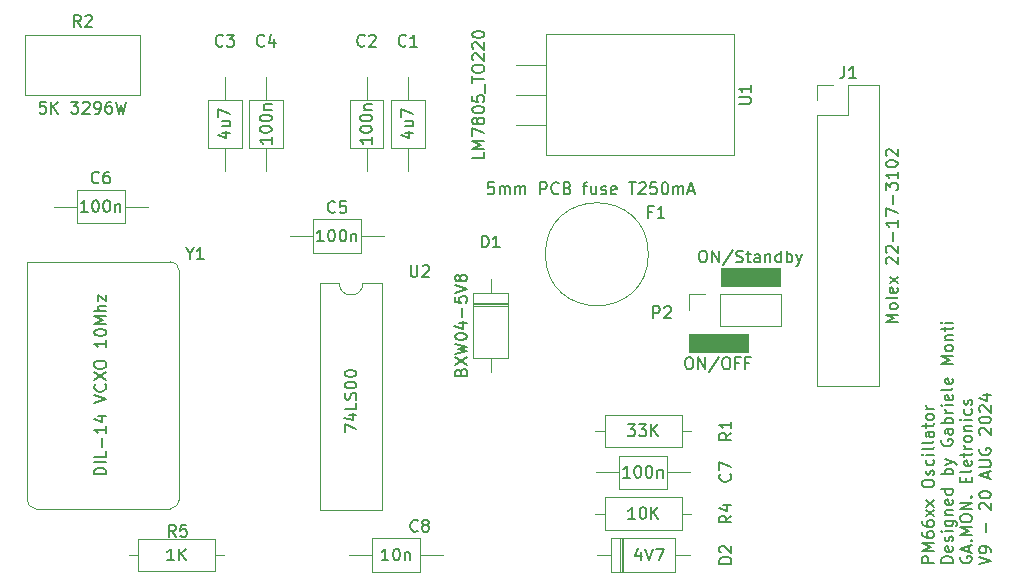
<source format=gbr>
%TF.GenerationSoftware,KiCad,Pcbnew,8.0.4*%
%TF.CreationDate,2024-08-20T14:49:07-07:00*%
%TF.ProjectId,oscillator,6f736369-6c6c-4617-946f-722e6b696361,rev?*%
%TF.SameCoordinates,Original*%
%TF.FileFunction,Legend,Top*%
%TF.FilePolarity,Positive*%
%FSLAX46Y46*%
G04 Gerber Fmt 4.6, Leading zero omitted, Abs format (unit mm)*
G04 Created by KiCad (PCBNEW 8.0.4) date 2024-08-20 14:49:07*
%MOMM*%
%LPD*%
G01*
G04 APERTURE LIST*
%ADD10C,0.100000*%
%ADD11C,0.150000*%
%ADD12C,0.120000*%
G04 APERTURE END LIST*
D10*
X159327211Y-93282089D02*
X164327211Y-93282089D01*
X164327211Y-94782089D01*
X159327211Y-94782089D01*
X159327211Y-93282089D01*
G36*
X159327211Y-93282089D02*
G01*
X164327211Y-93282089D01*
X164327211Y-94782089D01*
X159327211Y-94782089D01*
X159327211Y-93282089D01*
G37*
X162000000Y-87711434D02*
X167000000Y-87711434D01*
X167000000Y-89211434D01*
X162000000Y-89211434D01*
X162000000Y-87711434D01*
G36*
X162000000Y-87711434D02*
G01*
X167000000Y-87711434D01*
X167000000Y-89211434D01*
X162000000Y-89211434D01*
X162000000Y-87711434D01*
G37*
D11*
X159217884Y-95266808D02*
X159408360Y-95266808D01*
X159408360Y-95266808D02*
X159503598Y-95314427D01*
X159503598Y-95314427D02*
X159598836Y-95409665D01*
X159598836Y-95409665D02*
X159646455Y-95600141D01*
X159646455Y-95600141D02*
X159646455Y-95933474D01*
X159646455Y-95933474D02*
X159598836Y-96123950D01*
X159598836Y-96123950D02*
X159503598Y-96219189D01*
X159503598Y-96219189D02*
X159408360Y-96266808D01*
X159408360Y-96266808D02*
X159217884Y-96266808D01*
X159217884Y-96266808D02*
X159122646Y-96219189D01*
X159122646Y-96219189D02*
X159027408Y-96123950D01*
X159027408Y-96123950D02*
X158979789Y-95933474D01*
X158979789Y-95933474D02*
X158979789Y-95600141D01*
X158979789Y-95600141D02*
X159027408Y-95409665D01*
X159027408Y-95409665D02*
X159122646Y-95314427D01*
X159122646Y-95314427D02*
X159217884Y-95266808D01*
X160075027Y-96266808D02*
X160075027Y-95266808D01*
X160075027Y-95266808D02*
X160646455Y-96266808D01*
X160646455Y-96266808D02*
X160646455Y-95266808D01*
X161836931Y-95219189D02*
X160979789Y-96504903D01*
X162360741Y-95266808D02*
X162551217Y-95266808D01*
X162551217Y-95266808D02*
X162646455Y-95314427D01*
X162646455Y-95314427D02*
X162741693Y-95409665D01*
X162741693Y-95409665D02*
X162789312Y-95600141D01*
X162789312Y-95600141D02*
X162789312Y-95933474D01*
X162789312Y-95933474D02*
X162741693Y-96123950D01*
X162741693Y-96123950D02*
X162646455Y-96219189D01*
X162646455Y-96219189D02*
X162551217Y-96266808D01*
X162551217Y-96266808D02*
X162360741Y-96266808D01*
X162360741Y-96266808D02*
X162265503Y-96219189D01*
X162265503Y-96219189D02*
X162170265Y-96123950D01*
X162170265Y-96123950D02*
X162122646Y-95933474D01*
X162122646Y-95933474D02*
X162122646Y-95600141D01*
X162122646Y-95600141D02*
X162170265Y-95409665D01*
X162170265Y-95409665D02*
X162265503Y-95314427D01*
X162265503Y-95314427D02*
X162360741Y-95266808D01*
X163551217Y-95742998D02*
X163217884Y-95742998D01*
X163217884Y-96266808D02*
X163217884Y-95266808D01*
X163217884Y-95266808D02*
X163694074Y-95266808D01*
X164408360Y-95742998D02*
X164075027Y-95742998D01*
X164075027Y-96266808D02*
X164075027Y-95266808D01*
X164075027Y-95266808D02*
X164551217Y-95266808D01*
X180039987Y-112663220D02*
X179039987Y-112663220D01*
X179039987Y-112663220D02*
X179039987Y-112282268D01*
X179039987Y-112282268D02*
X179087606Y-112187030D01*
X179087606Y-112187030D02*
X179135225Y-112139411D01*
X179135225Y-112139411D02*
X179230463Y-112091792D01*
X179230463Y-112091792D02*
X179373320Y-112091792D01*
X179373320Y-112091792D02*
X179468558Y-112139411D01*
X179468558Y-112139411D02*
X179516177Y-112187030D01*
X179516177Y-112187030D02*
X179563796Y-112282268D01*
X179563796Y-112282268D02*
X179563796Y-112663220D01*
X180039987Y-111663220D02*
X179039987Y-111663220D01*
X179039987Y-111663220D02*
X179754272Y-111329887D01*
X179754272Y-111329887D02*
X179039987Y-110996554D01*
X179039987Y-110996554D02*
X180039987Y-110996554D01*
X179039987Y-110091792D02*
X179039987Y-110282268D01*
X179039987Y-110282268D02*
X179087606Y-110377506D01*
X179087606Y-110377506D02*
X179135225Y-110425125D01*
X179135225Y-110425125D02*
X179278082Y-110520363D01*
X179278082Y-110520363D02*
X179468558Y-110567982D01*
X179468558Y-110567982D02*
X179849510Y-110567982D01*
X179849510Y-110567982D02*
X179944748Y-110520363D01*
X179944748Y-110520363D02*
X179992368Y-110472744D01*
X179992368Y-110472744D02*
X180039987Y-110377506D01*
X180039987Y-110377506D02*
X180039987Y-110187030D01*
X180039987Y-110187030D02*
X179992368Y-110091792D01*
X179992368Y-110091792D02*
X179944748Y-110044173D01*
X179944748Y-110044173D02*
X179849510Y-109996554D01*
X179849510Y-109996554D02*
X179611415Y-109996554D01*
X179611415Y-109996554D02*
X179516177Y-110044173D01*
X179516177Y-110044173D02*
X179468558Y-110091792D01*
X179468558Y-110091792D02*
X179420939Y-110187030D01*
X179420939Y-110187030D02*
X179420939Y-110377506D01*
X179420939Y-110377506D02*
X179468558Y-110472744D01*
X179468558Y-110472744D02*
X179516177Y-110520363D01*
X179516177Y-110520363D02*
X179611415Y-110567982D01*
X179039987Y-109139411D02*
X179039987Y-109329887D01*
X179039987Y-109329887D02*
X179087606Y-109425125D01*
X179087606Y-109425125D02*
X179135225Y-109472744D01*
X179135225Y-109472744D02*
X179278082Y-109567982D01*
X179278082Y-109567982D02*
X179468558Y-109615601D01*
X179468558Y-109615601D02*
X179849510Y-109615601D01*
X179849510Y-109615601D02*
X179944748Y-109567982D01*
X179944748Y-109567982D02*
X179992368Y-109520363D01*
X179992368Y-109520363D02*
X180039987Y-109425125D01*
X180039987Y-109425125D02*
X180039987Y-109234649D01*
X180039987Y-109234649D02*
X179992368Y-109139411D01*
X179992368Y-109139411D02*
X179944748Y-109091792D01*
X179944748Y-109091792D02*
X179849510Y-109044173D01*
X179849510Y-109044173D02*
X179611415Y-109044173D01*
X179611415Y-109044173D02*
X179516177Y-109091792D01*
X179516177Y-109091792D02*
X179468558Y-109139411D01*
X179468558Y-109139411D02*
X179420939Y-109234649D01*
X179420939Y-109234649D02*
X179420939Y-109425125D01*
X179420939Y-109425125D02*
X179468558Y-109520363D01*
X179468558Y-109520363D02*
X179516177Y-109567982D01*
X179516177Y-109567982D02*
X179611415Y-109615601D01*
X180039987Y-108710839D02*
X179373320Y-108187030D01*
X179373320Y-108710839D02*
X180039987Y-108187030D01*
X180039987Y-107901315D02*
X179373320Y-107377506D01*
X179373320Y-107901315D02*
X180039987Y-107377506D01*
X179039987Y-106044172D02*
X179039987Y-105853696D01*
X179039987Y-105853696D02*
X179087606Y-105758458D01*
X179087606Y-105758458D02*
X179182844Y-105663220D01*
X179182844Y-105663220D02*
X179373320Y-105615601D01*
X179373320Y-105615601D02*
X179706653Y-105615601D01*
X179706653Y-105615601D02*
X179897129Y-105663220D01*
X179897129Y-105663220D02*
X179992368Y-105758458D01*
X179992368Y-105758458D02*
X180039987Y-105853696D01*
X180039987Y-105853696D02*
X180039987Y-106044172D01*
X180039987Y-106044172D02*
X179992368Y-106139410D01*
X179992368Y-106139410D02*
X179897129Y-106234648D01*
X179897129Y-106234648D02*
X179706653Y-106282267D01*
X179706653Y-106282267D02*
X179373320Y-106282267D01*
X179373320Y-106282267D02*
X179182844Y-106234648D01*
X179182844Y-106234648D02*
X179087606Y-106139410D01*
X179087606Y-106139410D02*
X179039987Y-106044172D01*
X179992368Y-105234648D02*
X180039987Y-105139410D01*
X180039987Y-105139410D02*
X180039987Y-104948934D01*
X180039987Y-104948934D02*
X179992368Y-104853696D01*
X179992368Y-104853696D02*
X179897129Y-104806077D01*
X179897129Y-104806077D02*
X179849510Y-104806077D01*
X179849510Y-104806077D02*
X179754272Y-104853696D01*
X179754272Y-104853696D02*
X179706653Y-104948934D01*
X179706653Y-104948934D02*
X179706653Y-105091791D01*
X179706653Y-105091791D02*
X179659034Y-105187029D01*
X179659034Y-105187029D02*
X179563796Y-105234648D01*
X179563796Y-105234648D02*
X179516177Y-105234648D01*
X179516177Y-105234648D02*
X179420939Y-105187029D01*
X179420939Y-105187029D02*
X179373320Y-105091791D01*
X179373320Y-105091791D02*
X179373320Y-104948934D01*
X179373320Y-104948934D02*
X179420939Y-104853696D01*
X179992368Y-103948934D02*
X180039987Y-104044172D01*
X180039987Y-104044172D02*
X180039987Y-104234648D01*
X180039987Y-104234648D02*
X179992368Y-104329886D01*
X179992368Y-104329886D02*
X179944748Y-104377505D01*
X179944748Y-104377505D02*
X179849510Y-104425124D01*
X179849510Y-104425124D02*
X179563796Y-104425124D01*
X179563796Y-104425124D02*
X179468558Y-104377505D01*
X179468558Y-104377505D02*
X179420939Y-104329886D01*
X179420939Y-104329886D02*
X179373320Y-104234648D01*
X179373320Y-104234648D02*
X179373320Y-104044172D01*
X179373320Y-104044172D02*
X179420939Y-103948934D01*
X180039987Y-103520362D02*
X179373320Y-103520362D01*
X179039987Y-103520362D02*
X179087606Y-103567981D01*
X179087606Y-103567981D02*
X179135225Y-103520362D01*
X179135225Y-103520362D02*
X179087606Y-103472743D01*
X179087606Y-103472743D02*
X179039987Y-103520362D01*
X179039987Y-103520362D02*
X179135225Y-103520362D01*
X180039987Y-102901315D02*
X179992368Y-102996553D01*
X179992368Y-102996553D02*
X179897129Y-103044172D01*
X179897129Y-103044172D02*
X179039987Y-103044172D01*
X180039987Y-102377505D02*
X179992368Y-102472743D01*
X179992368Y-102472743D02*
X179897129Y-102520362D01*
X179897129Y-102520362D02*
X179039987Y-102520362D01*
X180039987Y-101567981D02*
X179516177Y-101567981D01*
X179516177Y-101567981D02*
X179420939Y-101615600D01*
X179420939Y-101615600D02*
X179373320Y-101710838D01*
X179373320Y-101710838D02*
X179373320Y-101901314D01*
X179373320Y-101901314D02*
X179420939Y-101996552D01*
X179992368Y-101567981D02*
X180039987Y-101663219D01*
X180039987Y-101663219D02*
X180039987Y-101901314D01*
X180039987Y-101901314D02*
X179992368Y-101996552D01*
X179992368Y-101996552D02*
X179897129Y-102044171D01*
X179897129Y-102044171D02*
X179801891Y-102044171D01*
X179801891Y-102044171D02*
X179706653Y-101996552D01*
X179706653Y-101996552D02*
X179659034Y-101901314D01*
X179659034Y-101901314D02*
X179659034Y-101663219D01*
X179659034Y-101663219D02*
X179611415Y-101567981D01*
X179373320Y-101234647D02*
X179373320Y-100853695D01*
X179039987Y-101091790D02*
X179897129Y-101091790D01*
X179897129Y-101091790D02*
X179992368Y-101044171D01*
X179992368Y-101044171D02*
X180039987Y-100948933D01*
X180039987Y-100948933D02*
X180039987Y-100853695D01*
X180039987Y-100377504D02*
X179992368Y-100472742D01*
X179992368Y-100472742D02*
X179944748Y-100520361D01*
X179944748Y-100520361D02*
X179849510Y-100567980D01*
X179849510Y-100567980D02*
X179563796Y-100567980D01*
X179563796Y-100567980D02*
X179468558Y-100520361D01*
X179468558Y-100520361D02*
X179420939Y-100472742D01*
X179420939Y-100472742D02*
X179373320Y-100377504D01*
X179373320Y-100377504D02*
X179373320Y-100234647D01*
X179373320Y-100234647D02*
X179420939Y-100139409D01*
X179420939Y-100139409D02*
X179468558Y-100091790D01*
X179468558Y-100091790D02*
X179563796Y-100044171D01*
X179563796Y-100044171D02*
X179849510Y-100044171D01*
X179849510Y-100044171D02*
X179944748Y-100091790D01*
X179944748Y-100091790D02*
X179992368Y-100139409D01*
X179992368Y-100139409D02*
X180039987Y-100234647D01*
X180039987Y-100234647D02*
X180039987Y-100377504D01*
X180039987Y-99615599D02*
X179373320Y-99615599D01*
X179563796Y-99615599D02*
X179468558Y-99567980D01*
X179468558Y-99567980D02*
X179420939Y-99520361D01*
X179420939Y-99520361D02*
X179373320Y-99425123D01*
X179373320Y-99425123D02*
X179373320Y-99329885D01*
X181649931Y-112663220D02*
X180649931Y-112663220D01*
X180649931Y-112663220D02*
X180649931Y-112425125D01*
X180649931Y-112425125D02*
X180697550Y-112282268D01*
X180697550Y-112282268D02*
X180792788Y-112187030D01*
X180792788Y-112187030D02*
X180888026Y-112139411D01*
X180888026Y-112139411D02*
X181078502Y-112091792D01*
X181078502Y-112091792D02*
X181221359Y-112091792D01*
X181221359Y-112091792D02*
X181411835Y-112139411D01*
X181411835Y-112139411D02*
X181507073Y-112187030D01*
X181507073Y-112187030D02*
X181602312Y-112282268D01*
X181602312Y-112282268D02*
X181649931Y-112425125D01*
X181649931Y-112425125D02*
X181649931Y-112663220D01*
X181602312Y-111282268D02*
X181649931Y-111377506D01*
X181649931Y-111377506D02*
X181649931Y-111567982D01*
X181649931Y-111567982D02*
X181602312Y-111663220D01*
X181602312Y-111663220D02*
X181507073Y-111710839D01*
X181507073Y-111710839D02*
X181126121Y-111710839D01*
X181126121Y-111710839D02*
X181030883Y-111663220D01*
X181030883Y-111663220D02*
X180983264Y-111567982D01*
X180983264Y-111567982D02*
X180983264Y-111377506D01*
X180983264Y-111377506D02*
X181030883Y-111282268D01*
X181030883Y-111282268D02*
X181126121Y-111234649D01*
X181126121Y-111234649D02*
X181221359Y-111234649D01*
X181221359Y-111234649D02*
X181316597Y-111710839D01*
X181602312Y-110853696D02*
X181649931Y-110758458D01*
X181649931Y-110758458D02*
X181649931Y-110567982D01*
X181649931Y-110567982D02*
X181602312Y-110472744D01*
X181602312Y-110472744D02*
X181507073Y-110425125D01*
X181507073Y-110425125D02*
X181459454Y-110425125D01*
X181459454Y-110425125D02*
X181364216Y-110472744D01*
X181364216Y-110472744D02*
X181316597Y-110567982D01*
X181316597Y-110567982D02*
X181316597Y-110710839D01*
X181316597Y-110710839D02*
X181268978Y-110806077D01*
X181268978Y-110806077D02*
X181173740Y-110853696D01*
X181173740Y-110853696D02*
X181126121Y-110853696D01*
X181126121Y-110853696D02*
X181030883Y-110806077D01*
X181030883Y-110806077D02*
X180983264Y-110710839D01*
X180983264Y-110710839D02*
X180983264Y-110567982D01*
X180983264Y-110567982D02*
X181030883Y-110472744D01*
X181649931Y-109996553D02*
X180983264Y-109996553D01*
X180649931Y-109996553D02*
X180697550Y-110044172D01*
X180697550Y-110044172D02*
X180745169Y-109996553D01*
X180745169Y-109996553D02*
X180697550Y-109948934D01*
X180697550Y-109948934D02*
X180649931Y-109996553D01*
X180649931Y-109996553D02*
X180745169Y-109996553D01*
X180983264Y-109091792D02*
X181792788Y-109091792D01*
X181792788Y-109091792D02*
X181888026Y-109139411D01*
X181888026Y-109139411D02*
X181935645Y-109187030D01*
X181935645Y-109187030D02*
X181983264Y-109282268D01*
X181983264Y-109282268D02*
X181983264Y-109425125D01*
X181983264Y-109425125D02*
X181935645Y-109520363D01*
X181602312Y-109091792D02*
X181649931Y-109187030D01*
X181649931Y-109187030D02*
X181649931Y-109377506D01*
X181649931Y-109377506D02*
X181602312Y-109472744D01*
X181602312Y-109472744D02*
X181554692Y-109520363D01*
X181554692Y-109520363D02*
X181459454Y-109567982D01*
X181459454Y-109567982D02*
X181173740Y-109567982D01*
X181173740Y-109567982D02*
X181078502Y-109520363D01*
X181078502Y-109520363D02*
X181030883Y-109472744D01*
X181030883Y-109472744D02*
X180983264Y-109377506D01*
X180983264Y-109377506D02*
X180983264Y-109187030D01*
X180983264Y-109187030D02*
X181030883Y-109091792D01*
X180983264Y-108615601D02*
X181649931Y-108615601D01*
X181078502Y-108615601D02*
X181030883Y-108567982D01*
X181030883Y-108567982D02*
X180983264Y-108472744D01*
X180983264Y-108472744D02*
X180983264Y-108329887D01*
X180983264Y-108329887D02*
X181030883Y-108234649D01*
X181030883Y-108234649D02*
X181126121Y-108187030D01*
X181126121Y-108187030D02*
X181649931Y-108187030D01*
X181602312Y-107329887D02*
X181649931Y-107425125D01*
X181649931Y-107425125D02*
X181649931Y-107615601D01*
X181649931Y-107615601D02*
X181602312Y-107710839D01*
X181602312Y-107710839D02*
X181507073Y-107758458D01*
X181507073Y-107758458D02*
X181126121Y-107758458D01*
X181126121Y-107758458D02*
X181030883Y-107710839D01*
X181030883Y-107710839D02*
X180983264Y-107615601D01*
X180983264Y-107615601D02*
X180983264Y-107425125D01*
X180983264Y-107425125D02*
X181030883Y-107329887D01*
X181030883Y-107329887D02*
X181126121Y-107282268D01*
X181126121Y-107282268D02*
X181221359Y-107282268D01*
X181221359Y-107282268D02*
X181316597Y-107758458D01*
X181649931Y-106425125D02*
X180649931Y-106425125D01*
X181602312Y-106425125D02*
X181649931Y-106520363D01*
X181649931Y-106520363D02*
X181649931Y-106710839D01*
X181649931Y-106710839D02*
X181602312Y-106806077D01*
X181602312Y-106806077D02*
X181554692Y-106853696D01*
X181554692Y-106853696D02*
X181459454Y-106901315D01*
X181459454Y-106901315D02*
X181173740Y-106901315D01*
X181173740Y-106901315D02*
X181078502Y-106853696D01*
X181078502Y-106853696D02*
X181030883Y-106806077D01*
X181030883Y-106806077D02*
X180983264Y-106710839D01*
X180983264Y-106710839D02*
X180983264Y-106520363D01*
X180983264Y-106520363D02*
X181030883Y-106425125D01*
X181649931Y-105187029D02*
X180649931Y-105187029D01*
X181030883Y-105187029D02*
X180983264Y-105091791D01*
X180983264Y-105091791D02*
X180983264Y-104901315D01*
X180983264Y-104901315D02*
X181030883Y-104806077D01*
X181030883Y-104806077D02*
X181078502Y-104758458D01*
X181078502Y-104758458D02*
X181173740Y-104710839D01*
X181173740Y-104710839D02*
X181459454Y-104710839D01*
X181459454Y-104710839D02*
X181554692Y-104758458D01*
X181554692Y-104758458D02*
X181602312Y-104806077D01*
X181602312Y-104806077D02*
X181649931Y-104901315D01*
X181649931Y-104901315D02*
X181649931Y-105091791D01*
X181649931Y-105091791D02*
X181602312Y-105187029D01*
X180983264Y-104377505D02*
X181649931Y-104139410D01*
X180983264Y-103901315D02*
X181649931Y-104139410D01*
X181649931Y-104139410D02*
X181888026Y-104234648D01*
X181888026Y-104234648D02*
X181935645Y-104282267D01*
X181935645Y-104282267D02*
X181983264Y-104377505D01*
X180697550Y-102234648D02*
X180649931Y-102329886D01*
X180649931Y-102329886D02*
X180649931Y-102472743D01*
X180649931Y-102472743D02*
X180697550Y-102615600D01*
X180697550Y-102615600D02*
X180792788Y-102710838D01*
X180792788Y-102710838D02*
X180888026Y-102758457D01*
X180888026Y-102758457D02*
X181078502Y-102806076D01*
X181078502Y-102806076D02*
X181221359Y-102806076D01*
X181221359Y-102806076D02*
X181411835Y-102758457D01*
X181411835Y-102758457D02*
X181507073Y-102710838D01*
X181507073Y-102710838D02*
X181602312Y-102615600D01*
X181602312Y-102615600D02*
X181649931Y-102472743D01*
X181649931Y-102472743D02*
X181649931Y-102377505D01*
X181649931Y-102377505D02*
X181602312Y-102234648D01*
X181602312Y-102234648D02*
X181554692Y-102187029D01*
X181554692Y-102187029D02*
X181221359Y-102187029D01*
X181221359Y-102187029D02*
X181221359Y-102377505D01*
X181649931Y-101329886D02*
X181126121Y-101329886D01*
X181126121Y-101329886D02*
X181030883Y-101377505D01*
X181030883Y-101377505D02*
X180983264Y-101472743D01*
X180983264Y-101472743D02*
X180983264Y-101663219D01*
X180983264Y-101663219D02*
X181030883Y-101758457D01*
X181602312Y-101329886D02*
X181649931Y-101425124D01*
X181649931Y-101425124D02*
X181649931Y-101663219D01*
X181649931Y-101663219D02*
X181602312Y-101758457D01*
X181602312Y-101758457D02*
X181507073Y-101806076D01*
X181507073Y-101806076D02*
X181411835Y-101806076D01*
X181411835Y-101806076D02*
X181316597Y-101758457D01*
X181316597Y-101758457D02*
X181268978Y-101663219D01*
X181268978Y-101663219D02*
X181268978Y-101425124D01*
X181268978Y-101425124D02*
X181221359Y-101329886D01*
X181649931Y-100853695D02*
X180649931Y-100853695D01*
X181030883Y-100853695D02*
X180983264Y-100758457D01*
X180983264Y-100758457D02*
X180983264Y-100567981D01*
X180983264Y-100567981D02*
X181030883Y-100472743D01*
X181030883Y-100472743D02*
X181078502Y-100425124D01*
X181078502Y-100425124D02*
X181173740Y-100377505D01*
X181173740Y-100377505D02*
X181459454Y-100377505D01*
X181459454Y-100377505D02*
X181554692Y-100425124D01*
X181554692Y-100425124D02*
X181602312Y-100472743D01*
X181602312Y-100472743D02*
X181649931Y-100567981D01*
X181649931Y-100567981D02*
X181649931Y-100758457D01*
X181649931Y-100758457D02*
X181602312Y-100853695D01*
X181649931Y-99948933D02*
X180983264Y-99948933D01*
X181173740Y-99948933D02*
X181078502Y-99901314D01*
X181078502Y-99901314D02*
X181030883Y-99853695D01*
X181030883Y-99853695D02*
X180983264Y-99758457D01*
X180983264Y-99758457D02*
X180983264Y-99663219D01*
X181649931Y-99329885D02*
X180983264Y-99329885D01*
X180649931Y-99329885D02*
X180697550Y-99377504D01*
X180697550Y-99377504D02*
X180745169Y-99329885D01*
X180745169Y-99329885D02*
X180697550Y-99282266D01*
X180697550Y-99282266D02*
X180649931Y-99329885D01*
X180649931Y-99329885D02*
X180745169Y-99329885D01*
X181602312Y-98472743D02*
X181649931Y-98567981D01*
X181649931Y-98567981D02*
X181649931Y-98758457D01*
X181649931Y-98758457D02*
X181602312Y-98853695D01*
X181602312Y-98853695D02*
X181507073Y-98901314D01*
X181507073Y-98901314D02*
X181126121Y-98901314D01*
X181126121Y-98901314D02*
X181030883Y-98853695D01*
X181030883Y-98853695D02*
X180983264Y-98758457D01*
X180983264Y-98758457D02*
X180983264Y-98567981D01*
X180983264Y-98567981D02*
X181030883Y-98472743D01*
X181030883Y-98472743D02*
X181126121Y-98425124D01*
X181126121Y-98425124D02*
X181221359Y-98425124D01*
X181221359Y-98425124D02*
X181316597Y-98901314D01*
X181649931Y-97853695D02*
X181602312Y-97948933D01*
X181602312Y-97948933D02*
X181507073Y-97996552D01*
X181507073Y-97996552D02*
X180649931Y-97996552D01*
X181602312Y-97091790D02*
X181649931Y-97187028D01*
X181649931Y-97187028D02*
X181649931Y-97377504D01*
X181649931Y-97377504D02*
X181602312Y-97472742D01*
X181602312Y-97472742D02*
X181507073Y-97520361D01*
X181507073Y-97520361D02*
X181126121Y-97520361D01*
X181126121Y-97520361D02*
X181030883Y-97472742D01*
X181030883Y-97472742D02*
X180983264Y-97377504D01*
X180983264Y-97377504D02*
X180983264Y-97187028D01*
X180983264Y-97187028D02*
X181030883Y-97091790D01*
X181030883Y-97091790D02*
X181126121Y-97044171D01*
X181126121Y-97044171D02*
X181221359Y-97044171D01*
X181221359Y-97044171D02*
X181316597Y-97520361D01*
X181649931Y-95853694D02*
X180649931Y-95853694D01*
X180649931Y-95853694D02*
X181364216Y-95520361D01*
X181364216Y-95520361D02*
X180649931Y-95187028D01*
X180649931Y-95187028D02*
X181649931Y-95187028D01*
X181649931Y-94567980D02*
X181602312Y-94663218D01*
X181602312Y-94663218D02*
X181554692Y-94710837D01*
X181554692Y-94710837D02*
X181459454Y-94758456D01*
X181459454Y-94758456D02*
X181173740Y-94758456D01*
X181173740Y-94758456D02*
X181078502Y-94710837D01*
X181078502Y-94710837D02*
X181030883Y-94663218D01*
X181030883Y-94663218D02*
X180983264Y-94567980D01*
X180983264Y-94567980D02*
X180983264Y-94425123D01*
X180983264Y-94425123D02*
X181030883Y-94329885D01*
X181030883Y-94329885D02*
X181078502Y-94282266D01*
X181078502Y-94282266D02*
X181173740Y-94234647D01*
X181173740Y-94234647D02*
X181459454Y-94234647D01*
X181459454Y-94234647D02*
X181554692Y-94282266D01*
X181554692Y-94282266D02*
X181602312Y-94329885D01*
X181602312Y-94329885D02*
X181649931Y-94425123D01*
X181649931Y-94425123D02*
X181649931Y-94567980D01*
X180983264Y-93806075D02*
X181649931Y-93806075D01*
X181078502Y-93806075D02*
X181030883Y-93758456D01*
X181030883Y-93758456D02*
X180983264Y-93663218D01*
X180983264Y-93663218D02*
X180983264Y-93520361D01*
X180983264Y-93520361D02*
X181030883Y-93425123D01*
X181030883Y-93425123D02*
X181126121Y-93377504D01*
X181126121Y-93377504D02*
X181649931Y-93377504D01*
X180983264Y-93044170D02*
X180983264Y-92663218D01*
X180649931Y-92901313D02*
X181507073Y-92901313D01*
X181507073Y-92901313D02*
X181602312Y-92853694D01*
X181602312Y-92853694D02*
X181649931Y-92758456D01*
X181649931Y-92758456D02*
X181649931Y-92663218D01*
X181649931Y-92329884D02*
X180983264Y-92329884D01*
X180649931Y-92329884D02*
X180697550Y-92377503D01*
X180697550Y-92377503D02*
X180745169Y-92329884D01*
X180745169Y-92329884D02*
X180697550Y-92282265D01*
X180697550Y-92282265D02*
X180649931Y-92329884D01*
X180649931Y-92329884D02*
X180745169Y-92329884D01*
X182307494Y-112139411D02*
X182259875Y-112234649D01*
X182259875Y-112234649D02*
X182259875Y-112377506D01*
X182259875Y-112377506D02*
X182307494Y-112520363D01*
X182307494Y-112520363D02*
X182402732Y-112615601D01*
X182402732Y-112615601D02*
X182497970Y-112663220D01*
X182497970Y-112663220D02*
X182688446Y-112710839D01*
X182688446Y-112710839D02*
X182831303Y-112710839D01*
X182831303Y-112710839D02*
X183021779Y-112663220D01*
X183021779Y-112663220D02*
X183117017Y-112615601D01*
X183117017Y-112615601D02*
X183212256Y-112520363D01*
X183212256Y-112520363D02*
X183259875Y-112377506D01*
X183259875Y-112377506D02*
X183259875Y-112282268D01*
X183259875Y-112282268D02*
X183212256Y-112139411D01*
X183212256Y-112139411D02*
X183164636Y-112091792D01*
X183164636Y-112091792D02*
X182831303Y-112091792D01*
X182831303Y-112091792D02*
X182831303Y-112282268D01*
X182974160Y-111710839D02*
X182974160Y-111234649D01*
X183259875Y-111806077D02*
X182259875Y-111472744D01*
X182259875Y-111472744D02*
X183259875Y-111139411D01*
X183164636Y-110806077D02*
X183212256Y-110758458D01*
X183212256Y-110758458D02*
X183259875Y-110806077D01*
X183259875Y-110806077D02*
X183212256Y-110853696D01*
X183212256Y-110853696D02*
X183164636Y-110806077D01*
X183164636Y-110806077D02*
X183259875Y-110806077D01*
X183259875Y-110329887D02*
X182259875Y-110329887D01*
X182259875Y-110329887D02*
X182974160Y-109996554D01*
X182974160Y-109996554D02*
X182259875Y-109663221D01*
X182259875Y-109663221D02*
X183259875Y-109663221D01*
X182259875Y-108996554D02*
X182259875Y-108806078D01*
X182259875Y-108806078D02*
X182307494Y-108710840D01*
X182307494Y-108710840D02*
X182402732Y-108615602D01*
X182402732Y-108615602D02*
X182593208Y-108567983D01*
X182593208Y-108567983D02*
X182926541Y-108567983D01*
X182926541Y-108567983D02*
X183117017Y-108615602D01*
X183117017Y-108615602D02*
X183212256Y-108710840D01*
X183212256Y-108710840D02*
X183259875Y-108806078D01*
X183259875Y-108806078D02*
X183259875Y-108996554D01*
X183259875Y-108996554D02*
X183212256Y-109091792D01*
X183212256Y-109091792D02*
X183117017Y-109187030D01*
X183117017Y-109187030D02*
X182926541Y-109234649D01*
X182926541Y-109234649D02*
X182593208Y-109234649D01*
X182593208Y-109234649D02*
X182402732Y-109187030D01*
X182402732Y-109187030D02*
X182307494Y-109091792D01*
X182307494Y-109091792D02*
X182259875Y-108996554D01*
X183259875Y-108139411D02*
X182259875Y-108139411D01*
X182259875Y-108139411D02*
X183259875Y-107567983D01*
X183259875Y-107567983D02*
X182259875Y-107567983D01*
X183164636Y-107091792D02*
X183212256Y-107044173D01*
X183212256Y-107044173D02*
X183259875Y-107091792D01*
X183259875Y-107091792D02*
X183212256Y-107139411D01*
X183212256Y-107139411D02*
X183164636Y-107091792D01*
X183164636Y-107091792D02*
X183259875Y-107091792D01*
X182736065Y-105853697D02*
X182736065Y-105520364D01*
X183259875Y-105377507D02*
X183259875Y-105853697D01*
X183259875Y-105853697D02*
X182259875Y-105853697D01*
X182259875Y-105853697D02*
X182259875Y-105377507D01*
X183259875Y-104806078D02*
X183212256Y-104901316D01*
X183212256Y-104901316D02*
X183117017Y-104948935D01*
X183117017Y-104948935D02*
X182259875Y-104948935D01*
X183212256Y-104044173D02*
X183259875Y-104139411D01*
X183259875Y-104139411D02*
X183259875Y-104329887D01*
X183259875Y-104329887D02*
X183212256Y-104425125D01*
X183212256Y-104425125D02*
X183117017Y-104472744D01*
X183117017Y-104472744D02*
X182736065Y-104472744D01*
X182736065Y-104472744D02*
X182640827Y-104425125D01*
X182640827Y-104425125D02*
X182593208Y-104329887D01*
X182593208Y-104329887D02*
X182593208Y-104139411D01*
X182593208Y-104139411D02*
X182640827Y-104044173D01*
X182640827Y-104044173D02*
X182736065Y-103996554D01*
X182736065Y-103996554D02*
X182831303Y-103996554D01*
X182831303Y-103996554D02*
X182926541Y-104472744D01*
X182593208Y-103710839D02*
X182593208Y-103329887D01*
X182259875Y-103567982D02*
X183117017Y-103567982D01*
X183117017Y-103567982D02*
X183212256Y-103520363D01*
X183212256Y-103520363D02*
X183259875Y-103425125D01*
X183259875Y-103425125D02*
X183259875Y-103329887D01*
X183259875Y-102996553D02*
X182593208Y-102996553D01*
X182783684Y-102996553D02*
X182688446Y-102948934D01*
X182688446Y-102948934D02*
X182640827Y-102901315D01*
X182640827Y-102901315D02*
X182593208Y-102806077D01*
X182593208Y-102806077D02*
X182593208Y-102710839D01*
X183259875Y-102234648D02*
X183212256Y-102329886D01*
X183212256Y-102329886D02*
X183164636Y-102377505D01*
X183164636Y-102377505D02*
X183069398Y-102425124D01*
X183069398Y-102425124D02*
X182783684Y-102425124D01*
X182783684Y-102425124D02*
X182688446Y-102377505D01*
X182688446Y-102377505D02*
X182640827Y-102329886D01*
X182640827Y-102329886D02*
X182593208Y-102234648D01*
X182593208Y-102234648D02*
X182593208Y-102091791D01*
X182593208Y-102091791D02*
X182640827Y-101996553D01*
X182640827Y-101996553D02*
X182688446Y-101948934D01*
X182688446Y-101948934D02*
X182783684Y-101901315D01*
X182783684Y-101901315D02*
X183069398Y-101901315D01*
X183069398Y-101901315D02*
X183164636Y-101948934D01*
X183164636Y-101948934D02*
X183212256Y-101996553D01*
X183212256Y-101996553D02*
X183259875Y-102091791D01*
X183259875Y-102091791D02*
X183259875Y-102234648D01*
X182593208Y-101472743D02*
X183259875Y-101472743D01*
X182688446Y-101472743D02*
X182640827Y-101425124D01*
X182640827Y-101425124D02*
X182593208Y-101329886D01*
X182593208Y-101329886D02*
X182593208Y-101187029D01*
X182593208Y-101187029D02*
X182640827Y-101091791D01*
X182640827Y-101091791D02*
X182736065Y-101044172D01*
X182736065Y-101044172D02*
X183259875Y-101044172D01*
X183259875Y-100567981D02*
X182593208Y-100567981D01*
X182259875Y-100567981D02*
X182307494Y-100615600D01*
X182307494Y-100615600D02*
X182355113Y-100567981D01*
X182355113Y-100567981D02*
X182307494Y-100520362D01*
X182307494Y-100520362D02*
X182259875Y-100567981D01*
X182259875Y-100567981D02*
X182355113Y-100567981D01*
X183212256Y-99663220D02*
X183259875Y-99758458D01*
X183259875Y-99758458D02*
X183259875Y-99948934D01*
X183259875Y-99948934D02*
X183212256Y-100044172D01*
X183212256Y-100044172D02*
X183164636Y-100091791D01*
X183164636Y-100091791D02*
X183069398Y-100139410D01*
X183069398Y-100139410D02*
X182783684Y-100139410D01*
X182783684Y-100139410D02*
X182688446Y-100091791D01*
X182688446Y-100091791D02*
X182640827Y-100044172D01*
X182640827Y-100044172D02*
X182593208Y-99948934D01*
X182593208Y-99948934D02*
X182593208Y-99758458D01*
X182593208Y-99758458D02*
X182640827Y-99663220D01*
X183212256Y-99282267D02*
X183259875Y-99187029D01*
X183259875Y-99187029D02*
X183259875Y-98996553D01*
X183259875Y-98996553D02*
X183212256Y-98901315D01*
X183212256Y-98901315D02*
X183117017Y-98853696D01*
X183117017Y-98853696D02*
X183069398Y-98853696D01*
X183069398Y-98853696D02*
X182974160Y-98901315D01*
X182974160Y-98901315D02*
X182926541Y-98996553D01*
X182926541Y-98996553D02*
X182926541Y-99139410D01*
X182926541Y-99139410D02*
X182878922Y-99234648D01*
X182878922Y-99234648D02*
X182783684Y-99282267D01*
X182783684Y-99282267D02*
X182736065Y-99282267D01*
X182736065Y-99282267D02*
X182640827Y-99234648D01*
X182640827Y-99234648D02*
X182593208Y-99139410D01*
X182593208Y-99139410D02*
X182593208Y-98996553D01*
X182593208Y-98996553D02*
X182640827Y-98901315D01*
X183869819Y-112806077D02*
X184869819Y-112472744D01*
X184869819Y-112472744D02*
X183869819Y-112139411D01*
X184869819Y-111758458D02*
X184869819Y-111567982D01*
X184869819Y-111567982D02*
X184822200Y-111472744D01*
X184822200Y-111472744D02*
X184774580Y-111425125D01*
X184774580Y-111425125D02*
X184631723Y-111329887D01*
X184631723Y-111329887D02*
X184441247Y-111282268D01*
X184441247Y-111282268D02*
X184060295Y-111282268D01*
X184060295Y-111282268D02*
X183965057Y-111329887D01*
X183965057Y-111329887D02*
X183917438Y-111377506D01*
X183917438Y-111377506D02*
X183869819Y-111472744D01*
X183869819Y-111472744D02*
X183869819Y-111663220D01*
X183869819Y-111663220D02*
X183917438Y-111758458D01*
X183917438Y-111758458D02*
X183965057Y-111806077D01*
X183965057Y-111806077D02*
X184060295Y-111853696D01*
X184060295Y-111853696D02*
X184298390Y-111853696D01*
X184298390Y-111853696D02*
X184393628Y-111806077D01*
X184393628Y-111806077D02*
X184441247Y-111758458D01*
X184441247Y-111758458D02*
X184488866Y-111663220D01*
X184488866Y-111663220D02*
X184488866Y-111472744D01*
X184488866Y-111472744D02*
X184441247Y-111377506D01*
X184441247Y-111377506D02*
X184393628Y-111329887D01*
X184393628Y-111329887D02*
X184298390Y-111282268D01*
X184488866Y-110091791D02*
X184488866Y-109329887D01*
X183965057Y-108139410D02*
X183917438Y-108091791D01*
X183917438Y-108091791D02*
X183869819Y-107996553D01*
X183869819Y-107996553D02*
X183869819Y-107758458D01*
X183869819Y-107758458D02*
X183917438Y-107663220D01*
X183917438Y-107663220D02*
X183965057Y-107615601D01*
X183965057Y-107615601D02*
X184060295Y-107567982D01*
X184060295Y-107567982D02*
X184155533Y-107567982D01*
X184155533Y-107567982D02*
X184298390Y-107615601D01*
X184298390Y-107615601D02*
X184869819Y-108187029D01*
X184869819Y-108187029D02*
X184869819Y-107567982D01*
X183869819Y-106948934D02*
X183869819Y-106853696D01*
X183869819Y-106853696D02*
X183917438Y-106758458D01*
X183917438Y-106758458D02*
X183965057Y-106710839D01*
X183965057Y-106710839D02*
X184060295Y-106663220D01*
X184060295Y-106663220D02*
X184250771Y-106615601D01*
X184250771Y-106615601D02*
X184488866Y-106615601D01*
X184488866Y-106615601D02*
X184679342Y-106663220D01*
X184679342Y-106663220D02*
X184774580Y-106710839D01*
X184774580Y-106710839D02*
X184822200Y-106758458D01*
X184822200Y-106758458D02*
X184869819Y-106853696D01*
X184869819Y-106853696D02*
X184869819Y-106948934D01*
X184869819Y-106948934D02*
X184822200Y-107044172D01*
X184822200Y-107044172D02*
X184774580Y-107091791D01*
X184774580Y-107091791D02*
X184679342Y-107139410D01*
X184679342Y-107139410D02*
X184488866Y-107187029D01*
X184488866Y-107187029D02*
X184250771Y-107187029D01*
X184250771Y-107187029D02*
X184060295Y-107139410D01*
X184060295Y-107139410D02*
X183965057Y-107091791D01*
X183965057Y-107091791D02*
X183917438Y-107044172D01*
X183917438Y-107044172D02*
X183869819Y-106948934D01*
X184584104Y-105472743D02*
X184584104Y-104996553D01*
X184869819Y-105567981D02*
X183869819Y-105234648D01*
X183869819Y-105234648D02*
X184869819Y-104901315D01*
X183869819Y-104567981D02*
X184679342Y-104567981D01*
X184679342Y-104567981D02*
X184774580Y-104520362D01*
X184774580Y-104520362D02*
X184822200Y-104472743D01*
X184822200Y-104472743D02*
X184869819Y-104377505D01*
X184869819Y-104377505D02*
X184869819Y-104187029D01*
X184869819Y-104187029D02*
X184822200Y-104091791D01*
X184822200Y-104091791D02*
X184774580Y-104044172D01*
X184774580Y-104044172D02*
X184679342Y-103996553D01*
X184679342Y-103996553D02*
X183869819Y-103996553D01*
X183917438Y-102996553D02*
X183869819Y-103091791D01*
X183869819Y-103091791D02*
X183869819Y-103234648D01*
X183869819Y-103234648D02*
X183917438Y-103377505D01*
X183917438Y-103377505D02*
X184012676Y-103472743D01*
X184012676Y-103472743D02*
X184107914Y-103520362D01*
X184107914Y-103520362D02*
X184298390Y-103567981D01*
X184298390Y-103567981D02*
X184441247Y-103567981D01*
X184441247Y-103567981D02*
X184631723Y-103520362D01*
X184631723Y-103520362D02*
X184726961Y-103472743D01*
X184726961Y-103472743D02*
X184822200Y-103377505D01*
X184822200Y-103377505D02*
X184869819Y-103234648D01*
X184869819Y-103234648D02*
X184869819Y-103139410D01*
X184869819Y-103139410D02*
X184822200Y-102996553D01*
X184822200Y-102996553D02*
X184774580Y-102948934D01*
X184774580Y-102948934D02*
X184441247Y-102948934D01*
X184441247Y-102948934D02*
X184441247Y-103139410D01*
X183965057Y-101806076D02*
X183917438Y-101758457D01*
X183917438Y-101758457D02*
X183869819Y-101663219D01*
X183869819Y-101663219D02*
X183869819Y-101425124D01*
X183869819Y-101425124D02*
X183917438Y-101329886D01*
X183917438Y-101329886D02*
X183965057Y-101282267D01*
X183965057Y-101282267D02*
X184060295Y-101234648D01*
X184060295Y-101234648D02*
X184155533Y-101234648D01*
X184155533Y-101234648D02*
X184298390Y-101282267D01*
X184298390Y-101282267D02*
X184869819Y-101853695D01*
X184869819Y-101853695D02*
X184869819Y-101234648D01*
X183869819Y-100615600D02*
X183869819Y-100520362D01*
X183869819Y-100520362D02*
X183917438Y-100425124D01*
X183917438Y-100425124D02*
X183965057Y-100377505D01*
X183965057Y-100377505D02*
X184060295Y-100329886D01*
X184060295Y-100329886D02*
X184250771Y-100282267D01*
X184250771Y-100282267D02*
X184488866Y-100282267D01*
X184488866Y-100282267D02*
X184679342Y-100329886D01*
X184679342Y-100329886D02*
X184774580Y-100377505D01*
X184774580Y-100377505D02*
X184822200Y-100425124D01*
X184822200Y-100425124D02*
X184869819Y-100520362D01*
X184869819Y-100520362D02*
X184869819Y-100615600D01*
X184869819Y-100615600D02*
X184822200Y-100710838D01*
X184822200Y-100710838D02*
X184774580Y-100758457D01*
X184774580Y-100758457D02*
X184679342Y-100806076D01*
X184679342Y-100806076D02*
X184488866Y-100853695D01*
X184488866Y-100853695D02*
X184250771Y-100853695D01*
X184250771Y-100853695D02*
X184060295Y-100806076D01*
X184060295Y-100806076D02*
X183965057Y-100758457D01*
X183965057Y-100758457D02*
X183917438Y-100710838D01*
X183917438Y-100710838D02*
X183869819Y-100615600D01*
X183965057Y-99901314D02*
X183917438Y-99853695D01*
X183917438Y-99853695D02*
X183869819Y-99758457D01*
X183869819Y-99758457D02*
X183869819Y-99520362D01*
X183869819Y-99520362D02*
X183917438Y-99425124D01*
X183917438Y-99425124D02*
X183965057Y-99377505D01*
X183965057Y-99377505D02*
X184060295Y-99329886D01*
X184060295Y-99329886D02*
X184155533Y-99329886D01*
X184155533Y-99329886D02*
X184298390Y-99377505D01*
X184298390Y-99377505D02*
X184869819Y-99948933D01*
X184869819Y-99948933D02*
X184869819Y-99329886D01*
X184203152Y-98472743D02*
X184869819Y-98472743D01*
X183822200Y-98710838D02*
X184536485Y-98948933D01*
X184536485Y-98948933D02*
X184536485Y-98329886D01*
X160384401Y-86227632D02*
X160574877Y-86227632D01*
X160574877Y-86227632D02*
X160670115Y-86275251D01*
X160670115Y-86275251D02*
X160765353Y-86370489D01*
X160765353Y-86370489D02*
X160812972Y-86560965D01*
X160812972Y-86560965D02*
X160812972Y-86894298D01*
X160812972Y-86894298D02*
X160765353Y-87084774D01*
X160765353Y-87084774D02*
X160670115Y-87180013D01*
X160670115Y-87180013D02*
X160574877Y-87227632D01*
X160574877Y-87227632D02*
X160384401Y-87227632D01*
X160384401Y-87227632D02*
X160289163Y-87180013D01*
X160289163Y-87180013D02*
X160193925Y-87084774D01*
X160193925Y-87084774D02*
X160146306Y-86894298D01*
X160146306Y-86894298D02*
X160146306Y-86560965D01*
X160146306Y-86560965D02*
X160193925Y-86370489D01*
X160193925Y-86370489D02*
X160289163Y-86275251D01*
X160289163Y-86275251D02*
X160384401Y-86227632D01*
X161241544Y-87227632D02*
X161241544Y-86227632D01*
X161241544Y-86227632D02*
X161812972Y-87227632D01*
X161812972Y-87227632D02*
X161812972Y-86227632D01*
X163003448Y-86180013D02*
X162146306Y-87465727D01*
X163289163Y-87180013D02*
X163432020Y-87227632D01*
X163432020Y-87227632D02*
X163670115Y-87227632D01*
X163670115Y-87227632D02*
X163765353Y-87180013D01*
X163765353Y-87180013D02*
X163812972Y-87132393D01*
X163812972Y-87132393D02*
X163860591Y-87037155D01*
X163860591Y-87037155D02*
X163860591Y-86941917D01*
X163860591Y-86941917D02*
X163812972Y-86846679D01*
X163812972Y-86846679D02*
X163765353Y-86799060D01*
X163765353Y-86799060D02*
X163670115Y-86751441D01*
X163670115Y-86751441D02*
X163479639Y-86703822D01*
X163479639Y-86703822D02*
X163384401Y-86656203D01*
X163384401Y-86656203D02*
X163336782Y-86608584D01*
X163336782Y-86608584D02*
X163289163Y-86513346D01*
X163289163Y-86513346D02*
X163289163Y-86418108D01*
X163289163Y-86418108D02*
X163336782Y-86322870D01*
X163336782Y-86322870D02*
X163384401Y-86275251D01*
X163384401Y-86275251D02*
X163479639Y-86227632D01*
X163479639Y-86227632D02*
X163717734Y-86227632D01*
X163717734Y-86227632D02*
X163860591Y-86275251D01*
X164146306Y-86560965D02*
X164527258Y-86560965D01*
X164289163Y-86227632D02*
X164289163Y-87084774D01*
X164289163Y-87084774D02*
X164336782Y-87180013D01*
X164336782Y-87180013D02*
X164432020Y-87227632D01*
X164432020Y-87227632D02*
X164527258Y-87227632D01*
X165289163Y-87227632D02*
X165289163Y-86703822D01*
X165289163Y-86703822D02*
X165241544Y-86608584D01*
X165241544Y-86608584D02*
X165146306Y-86560965D01*
X165146306Y-86560965D02*
X164955830Y-86560965D01*
X164955830Y-86560965D02*
X164860592Y-86608584D01*
X165289163Y-87180013D02*
X165193925Y-87227632D01*
X165193925Y-87227632D02*
X164955830Y-87227632D01*
X164955830Y-87227632D02*
X164860592Y-87180013D01*
X164860592Y-87180013D02*
X164812973Y-87084774D01*
X164812973Y-87084774D02*
X164812973Y-86989536D01*
X164812973Y-86989536D02*
X164860592Y-86894298D01*
X164860592Y-86894298D02*
X164955830Y-86846679D01*
X164955830Y-86846679D02*
X165193925Y-86846679D01*
X165193925Y-86846679D02*
X165289163Y-86799060D01*
X165765354Y-86560965D02*
X165765354Y-87227632D01*
X165765354Y-86656203D02*
X165812973Y-86608584D01*
X165812973Y-86608584D02*
X165908211Y-86560965D01*
X165908211Y-86560965D02*
X166051068Y-86560965D01*
X166051068Y-86560965D02*
X166146306Y-86608584D01*
X166146306Y-86608584D02*
X166193925Y-86703822D01*
X166193925Y-86703822D02*
X166193925Y-87227632D01*
X167098687Y-87227632D02*
X167098687Y-86227632D01*
X167098687Y-87180013D02*
X167003449Y-87227632D01*
X167003449Y-87227632D02*
X166812973Y-87227632D01*
X166812973Y-87227632D02*
X166717735Y-87180013D01*
X166717735Y-87180013D02*
X166670116Y-87132393D01*
X166670116Y-87132393D02*
X166622497Y-87037155D01*
X166622497Y-87037155D02*
X166622497Y-86751441D01*
X166622497Y-86751441D02*
X166670116Y-86656203D01*
X166670116Y-86656203D02*
X166717735Y-86608584D01*
X166717735Y-86608584D02*
X166812973Y-86560965D01*
X166812973Y-86560965D02*
X167003449Y-86560965D01*
X167003449Y-86560965D02*
X167098687Y-86608584D01*
X167574878Y-87227632D02*
X167574878Y-86227632D01*
X167574878Y-86608584D02*
X167670116Y-86560965D01*
X167670116Y-86560965D02*
X167860592Y-86560965D01*
X167860592Y-86560965D02*
X167955830Y-86608584D01*
X167955830Y-86608584D02*
X168003449Y-86656203D01*
X168003449Y-86656203D02*
X168051068Y-86751441D01*
X168051068Y-86751441D02*
X168051068Y-87037155D01*
X168051068Y-87037155D02*
X168003449Y-87132393D01*
X168003449Y-87132393D02*
X167955830Y-87180013D01*
X167955830Y-87180013D02*
X167860592Y-87227632D01*
X167860592Y-87227632D02*
X167670116Y-87227632D01*
X167670116Y-87227632D02*
X167574878Y-87180013D01*
X168384402Y-86560965D02*
X168622497Y-87227632D01*
X168860592Y-86560965D02*
X168622497Y-87227632D01*
X168622497Y-87227632D02*
X168527259Y-87465727D01*
X168527259Y-87465727D02*
X168479640Y-87513346D01*
X168479640Y-87513346D02*
X168384402Y-87560965D01*
X162779580Y-105166666D02*
X162827200Y-105214285D01*
X162827200Y-105214285D02*
X162874819Y-105357142D01*
X162874819Y-105357142D02*
X162874819Y-105452380D01*
X162874819Y-105452380D02*
X162827200Y-105595237D01*
X162827200Y-105595237D02*
X162731961Y-105690475D01*
X162731961Y-105690475D02*
X162636723Y-105738094D01*
X162636723Y-105738094D02*
X162446247Y-105785713D01*
X162446247Y-105785713D02*
X162303390Y-105785713D01*
X162303390Y-105785713D02*
X162112914Y-105738094D01*
X162112914Y-105738094D02*
X162017676Y-105690475D01*
X162017676Y-105690475D02*
X161922438Y-105595237D01*
X161922438Y-105595237D02*
X161874819Y-105452380D01*
X161874819Y-105452380D02*
X161874819Y-105357142D01*
X161874819Y-105357142D02*
X161922438Y-105214285D01*
X161922438Y-105214285D02*
X161970057Y-105166666D01*
X161874819Y-104833332D02*
X161874819Y-104166666D01*
X161874819Y-104166666D02*
X162874819Y-104595237D01*
X154300952Y-105454819D02*
X153729524Y-105454819D01*
X154015238Y-105454819D02*
X154015238Y-104454819D01*
X154015238Y-104454819D02*
X153920000Y-104597676D01*
X153920000Y-104597676D02*
X153824762Y-104692914D01*
X153824762Y-104692914D02*
X153729524Y-104740533D01*
X154920000Y-104454819D02*
X155015238Y-104454819D01*
X155015238Y-104454819D02*
X155110476Y-104502438D01*
X155110476Y-104502438D02*
X155158095Y-104550057D01*
X155158095Y-104550057D02*
X155205714Y-104645295D01*
X155205714Y-104645295D02*
X155253333Y-104835771D01*
X155253333Y-104835771D02*
X155253333Y-105073866D01*
X155253333Y-105073866D02*
X155205714Y-105264342D01*
X155205714Y-105264342D02*
X155158095Y-105359580D01*
X155158095Y-105359580D02*
X155110476Y-105407200D01*
X155110476Y-105407200D02*
X155015238Y-105454819D01*
X155015238Y-105454819D02*
X154920000Y-105454819D01*
X154920000Y-105454819D02*
X154824762Y-105407200D01*
X154824762Y-105407200D02*
X154777143Y-105359580D01*
X154777143Y-105359580D02*
X154729524Y-105264342D01*
X154729524Y-105264342D02*
X154681905Y-105073866D01*
X154681905Y-105073866D02*
X154681905Y-104835771D01*
X154681905Y-104835771D02*
X154729524Y-104645295D01*
X154729524Y-104645295D02*
X154777143Y-104550057D01*
X154777143Y-104550057D02*
X154824762Y-104502438D01*
X154824762Y-104502438D02*
X154920000Y-104454819D01*
X155872381Y-104454819D02*
X155967619Y-104454819D01*
X155967619Y-104454819D02*
X156062857Y-104502438D01*
X156062857Y-104502438D02*
X156110476Y-104550057D01*
X156110476Y-104550057D02*
X156158095Y-104645295D01*
X156158095Y-104645295D02*
X156205714Y-104835771D01*
X156205714Y-104835771D02*
X156205714Y-105073866D01*
X156205714Y-105073866D02*
X156158095Y-105264342D01*
X156158095Y-105264342D02*
X156110476Y-105359580D01*
X156110476Y-105359580D02*
X156062857Y-105407200D01*
X156062857Y-105407200D02*
X155967619Y-105454819D01*
X155967619Y-105454819D02*
X155872381Y-105454819D01*
X155872381Y-105454819D02*
X155777143Y-105407200D01*
X155777143Y-105407200D02*
X155729524Y-105359580D01*
X155729524Y-105359580D02*
X155681905Y-105264342D01*
X155681905Y-105264342D02*
X155634286Y-105073866D01*
X155634286Y-105073866D02*
X155634286Y-104835771D01*
X155634286Y-104835771D02*
X155681905Y-104645295D01*
X155681905Y-104645295D02*
X155729524Y-104550057D01*
X155729524Y-104550057D02*
X155777143Y-104502438D01*
X155777143Y-104502438D02*
X155872381Y-104454819D01*
X156634286Y-104788152D02*
X156634286Y-105454819D01*
X156634286Y-104883390D02*
X156681905Y-104835771D01*
X156681905Y-104835771D02*
X156777143Y-104788152D01*
X156777143Y-104788152D02*
X156920000Y-104788152D01*
X156920000Y-104788152D02*
X157015238Y-104835771D01*
X157015238Y-104835771D02*
X157062857Y-104931009D01*
X157062857Y-104931009D02*
X157062857Y-105454819D01*
X131833333Y-68859580D02*
X131785714Y-68907200D01*
X131785714Y-68907200D02*
X131642857Y-68954819D01*
X131642857Y-68954819D02*
X131547619Y-68954819D01*
X131547619Y-68954819D02*
X131404762Y-68907200D01*
X131404762Y-68907200D02*
X131309524Y-68811961D01*
X131309524Y-68811961D02*
X131261905Y-68716723D01*
X131261905Y-68716723D02*
X131214286Y-68526247D01*
X131214286Y-68526247D02*
X131214286Y-68383390D01*
X131214286Y-68383390D02*
X131261905Y-68192914D01*
X131261905Y-68192914D02*
X131309524Y-68097676D01*
X131309524Y-68097676D02*
X131404762Y-68002438D01*
X131404762Y-68002438D02*
X131547619Y-67954819D01*
X131547619Y-67954819D02*
X131642857Y-67954819D01*
X131642857Y-67954819D02*
X131785714Y-68002438D01*
X131785714Y-68002438D02*
X131833333Y-68050057D01*
X132214286Y-68050057D02*
X132261905Y-68002438D01*
X132261905Y-68002438D02*
X132357143Y-67954819D01*
X132357143Y-67954819D02*
X132595238Y-67954819D01*
X132595238Y-67954819D02*
X132690476Y-68002438D01*
X132690476Y-68002438D02*
X132738095Y-68050057D01*
X132738095Y-68050057D02*
X132785714Y-68145295D01*
X132785714Y-68145295D02*
X132785714Y-68240533D01*
X132785714Y-68240533D02*
X132738095Y-68383390D01*
X132738095Y-68383390D02*
X132166667Y-68954819D01*
X132166667Y-68954819D02*
X132785714Y-68954819D01*
X132454819Y-76619047D02*
X132454819Y-77190475D01*
X132454819Y-76904761D02*
X131454819Y-76904761D01*
X131454819Y-76904761D02*
X131597676Y-76999999D01*
X131597676Y-76999999D02*
X131692914Y-77095237D01*
X131692914Y-77095237D02*
X131740533Y-77190475D01*
X131454819Y-75999999D02*
X131454819Y-75904761D01*
X131454819Y-75904761D02*
X131502438Y-75809523D01*
X131502438Y-75809523D02*
X131550057Y-75761904D01*
X131550057Y-75761904D02*
X131645295Y-75714285D01*
X131645295Y-75714285D02*
X131835771Y-75666666D01*
X131835771Y-75666666D02*
X132073866Y-75666666D01*
X132073866Y-75666666D02*
X132264342Y-75714285D01*
X132264342Y-75714285D02*
X132359580Y-75761904D01*
X132359580Y-75761904D02*
X132407200Y-75809523D01*
X132407200Y-75809523D02*
X132454819Y-75904761D01*
X132454819Y-75904761D02*
X132454819Y-75999999D01*
X132454819Y-75999999D02*
X132407200Y-76095237D01*
X132407200Y-76095237D02*
X132359580Y-76142856D01*
X132359580Y-76142856D02*
X132264342Y-76190475D01*
X132264342Y-76190475D02*
X132073866Y-76238094D01*
X132073866Y-76238094D02*
X131835771Y-76238094D01*
X131835771Y-76238094D02*
X131645295Y-76190475D01*
X131645295Y-76190475D02*
X131550057Y-76142856D01*
X131550057Y-76142856D02*
X131502438Y-76095237D01*
X131502438Y-76095237D02*
X131454819Y-75999999D01*
X131454819Y-75047618D02*
X131454819Y-74952380D01*
X131454819Y-74952380D02*
X131502438Y-74857142D01*
X131502438Y-74857142D02*
X131550057Y-74809523D01*
X131550057Y-74809523D02*
X131645295Y-74761904D01*
X131645295Y-74761904D02*
X131835771Y-74714285D01*
X131835771Y-74714285D02*
X132073866Y-74714285D01*
X132073866Y-74714285D02*
X132264342Y-74761904D01*
X132264342Y-74761904D02*
X132359580Y-74809523D01*
X132359580Y-74809523D02*
X132407200Y-74857142D01*
X132407200Y-74857142D02*
X132454819Y-74952380D01*
X132454819Y-74952380D02*
X132454819Y-75047618D01*
X132454819Y-75047618D02*
X132407200Y-75142856D01*
X132407200Y-75142856D02*
X132359580Y-75190475D01*
X132359580Y-75190475D02*
X132264342Y-75238094D01*
X132264342Y-75238094D02*
X132073866Y-75285713D01*
X132073866Y-75285713D02*
X131835771Y-75285713D01*
X131835771Y-75285713D02*
X131645295Y-75238094D01*
X131645295Y-75238094D02*
X131550057Y-75190475D01*
X131550057Y-75190475D02*
X131502438Y-75142856D01*
X131502438Y-75142856D02*
X131454819Y-75047618D01*
X131788152Y-74285713D02*
X132454819Y-74285713D01*
X131883390Y-74285713D02*
X131835771Y-74238094D01*
X131835771Y-74238094D02*
X131788152Y-74142856D01*
X131788152Y-74142856D02*
X131788152Y-73999999D01*
X131788152Y-73999999D02*
X131835771Y-73904761D01*
X131835771Y-73904761D02*
X131931009Y-73857142D01*
X131931009Y-73857142D02*
X132454819Y-73857142D01*
X136333333Y-109939580D02*
X136285714Y-109987200D01*
X136285714Y-109987200D02*
X136142857Y-110034819D01*
X136142857Y-110034819D02*
X136047619Y-110034819D01*
X136047619Y-110034819D02*
X135904762Y-109987200D01*
X135904762Y-109987200D02*
X135809524Y-109891961D01*
X135809524Y-109891961D02*
X135761905Y-109796723D01*
X135761905Y-109796723D02*
X135714286Y-109606247D01*
X135714286Y-109606247D02*
X135714286Y-109463390D01*
X135714286Y-109463390D02*
X135761905Y-109272914D01*
X135761905Y-109272914D02*
X135809524Y-109177676D01*
X135809524Y-109177676D02*
X135904762Y-109082438D01*
X135904762Y-109082438D02*
X136047619Y-109034819D01*
X136047619Y-109034819D02*
X136142857Y-109034819D01*
X136142857Y-109034819D02*
X136285714Y-109082438D01*
X136285714Y-109082438D02*
X136333333Y-109130057D01*
X136904762Y-109463390D02*
X136809524Y-109415771D01*
X136809524Y-109415771D02*
X136761905Y-109368152D01*
X136761905Y-109368152D02*
X136714286Y-109272914D01*
X136714286Y-109272914D02*
X136714286Y-109225295D01*
X136714286Y-109225295D02*
X136761905Y-109130057D01*
X136761905Y-109130057D02*
X136809524Y-109082438D01*
X136809524Y-109082438D02*
X136904762Y-109034819D01*
X136904762Y-109034819D02*
X137095238Y-109034819D01*
X137095238Y-109034819D02*
X137190476Y-109082438D01*
X137190476Y-109082438D02*
X137238095Y-109130057D01*
X137238095Y-109130057D02*
X137285714Y-109225295D01*
X137285714Y-109225295D02*
X137285714Y-109272914D01*
X137285714Y-109272914D02*
X137238095Y-109368152D01*
X137238095Y-109368152D02*
X137190476Y-109415771D01*
X137190476Y-109415771D02*
X137095238Y-109463390D01*
X137095238Y-109463390D02*
X136904762Y-109463390D01*
X136904762Y-109463390D02*
X136809524Y-109511009D01*
X136809524Y-109511009D02*
X136761905Y-109558628D01*
X136761905Y-109558628D02*
X136714286Y-109653866D01*
X136714286Y-109653866D02*
X136714286Y-109844342D01*
X136714286Y-109844342D02*
X136761905Y-109939580D01*
X136761905Y-109939580D02*
X136809524Y-109987200D01*
X136809524Y-109987200D02*
X136904762Y-110034819D01*
X136904762Y-110034819D02*
X137095238Y-110034819D01*
X137095238Y-110034819D02*
X137190476Y-109987200D01*
X137190476Y-109987200D02*
X137238095Y-109939580D01*
X137238095Y-109939580D02*
X137285714Y-109844342D01*
X137285714Y-109844342D02*
X137285714Y-109653866D01*
X137285714Y-109653866D02*
X137238095Y-109558628D01*
X137238095Y-109558628D02*
X137190476Y-109511009D01*
X137190476Y-109511009D02*
X137095238Y-109463390D01*
X133857142Y-112454819D02*
X133285714Y-112454819D01*
X133571428Y-112454819D02*
X133571428Y-111454819D01*
X133571428Y-111454819D02*
X133476190Y-111597676D01*
X133476190Y-111597676D02*
X133380952Y-111692914D01*
X133380952Y-111692914D02*
X133285714Y-111740533D01*
X134476190Y-111454819D02*
X134571428Y-111454819D01*
X134571428Y-111454819D02*
X134666666Y-111502438D01*
X134666666Y-111502438D02*
X134714285Y-111550057D01*
X134714285Y-111550057D02*
X134761904Y-111645295D01*
X134761904Y-111645295D02*
X134809523Y-111835771D01*
X134809523Y-111835771D02*
X134809523Y-112073866D01*
X134809523Y-112073866D02*
X134761904Y-112264342D01*
X134761904Y-112264342D02*
X134714285Y-112359580D01*
X134714285Y-112359580D02*
X134666666Y-112407200D01*
X134666666Y-112407200D02*
X134571428Y-112454819D01*
X134571428Y-112454819D02*
X134476190Y-112454819D01*
X134476190Y-112454819D02*
X134380952Y-112407200D01*
X134380952Y-112407200D02*
X134333333Y-112359580D01*
X134333333Y-112359580D02*
X134285714Y-112264342D01*
X134285714Y-112264342D02*
X134238095Y-112073866D01*
X134238095Y-112073866D02*
X134238095Y-111835771D01*
X134238095Y-111835771D02*
X134285714Y-111645295D01*
X134285714Y-111645295D02*
X134333333Y-111550057D01*
X134333333Y-111550057D02*
X134380952Y-111502438D01*
X134380952Y-111502438D02*
X134476190Y-111454819D01*
X135238095Y-111788152D02*
X135238095Y-112454819D01*
X135238095Y-111883390D02*
X135285714Y-111835771D01*
X135285714Y-111835771D02*
X135380952Y-111788152D01*
X135380952Y-111788152D02*
X135523809Y-111788152D01*
X135523809Y-111788152D02*
X135619047Y-111835771D01*
X135619047Y-111835771D02*
X135666666Y-111931009D01*
X135666666Y-111931009D02*
X135666666Y-112454819D01*
X135333333Y-68859580D02*
X135285714Y-68907200D01*
X135285714Y-68907200D02*
X135142857Y-68954819D01*
X135142857Y-68954819D02*
X135047619Y-68954819D01*
X135047619Y-68954819D02*
X134904762Y-68907200D01*
X134904762Y-68907200D02*
X134809524Y-68811961D01*
X134809524Y-68811961D02*
X134761905Y-68716723D01*
X134761905Y-68716723D02*
X134714286Y-68526247D01*
X134714286Y-68526247D02*
X134714286Y-68383390D01*
X134714286Y-68383390D02*
X134761905Y-68192914D01*
X134761905Y-68192914D02*
X134809524Y-68097676D01*
X134809524Y-68097676D02*
X134904762Y-68002438D01*
X134904762Y-68002438D02*
X135047619Y-67954819D01*
X135047619Y-67954819D02*
X135142857Y-67954819D01*
X135142857Y-67954819D02*
X135285714Y-68002438D01*
X135285714Y-68002438D02*
X135333333Y-68050057D01*
X136285714Y-68954819D02*
X135714286Y-68954819D01*
X136000000Y-68954819D02*
X136000000Y-67954819D01*
X136000000Y-67954819D02*
X135904762Y-68097676D01*
X135904762Y-68097676D02*
X135809524Y-68192914D01*
X135809524Y-68192914D02*
X135714286Y-68240533D01*
X135288152Y-76238095D02*
X135954819Y-76238095D01*
X134907200Y-76476190D02*
X135621485Y-76714285D01*
X135621485Y-76714285D02*
X135621485Y-76095238D01*
X135288152Y-75285714D02*
X135954819Y-75285714D01*
X135288152Y-75714285D02*
X135811961Y-75714285D01*
X135811961Y-75714285D02*
X135907200Y-75666666D01*
X135907200Y-75666666D02*
X135954819Y-75571428D01*
X135954819Y-75571428D02*
X135954819Y-75428571D01*
X135954819Y-75428571D02*
X135907200Y-75333333D01*
X135907200Y-75333333D02*
X135859580Y-75285714D01*
X134954819Y-74904761D02*
X134954819Y-74238095D01*
X134954819Y-74238095D02*
X135954819Y-74666666D01*
X135738095Y-87449819D02*
X135738095Y-88259342D01*
X135738095Y-88259342D02*
X135785714Y-88354580D01*
X135785714Y-88354580D02*
X135833333Y-88402200D01*
X135833333Y-88402200D02*
X135928571Y-88449819D01*
X135928571Y-88449819D02*
X136119047Y-88449819D01*
X136119047Y-88449819D02*
X136214285Y-88402200D01*
X136214285Y-88402200D02*
X136261904Y-88354580D01*
X136261904Y-88354580D02*
X136309523Y-88259342D01*
X136309523Y-88259342D02*
X136309523Y-87449819D01*
X136738095Y-87545057D02*
X136785714Y-87497438D01*
X136785714Y-87497438D02*
X136880952Y-87449819D01*
X136880952Y-87449819D02*
X137119047Y-87449819D01*
X137119047Y-87449819D02*
X137214285Y-87497438D01*
X137214285Y-87497438D02*
X137261904Y-87545057D01*
X137261904Y-87545057D02*
X137309523Y-87640295D01*
X137309523Y-87640295D02*
X137309523Y-87735533D01*
X137309523Y-87735533D02*
X137261904Y-87878390D01*
X137261904Y-87878390D02*
X136690476Y-88449819D01*
X136690476Y-88449819D02*
X137309523Y-88449819D01*
X130144819Y-101602856D02*
X130144819Y-100936190D01*
X130144819Y-100936190D02*
X131144819Y-101364761D01*
X130478152Y-100126666D02*
X131144819Y-100126666D01*
X130097200Y-100364761D02*
X130811485Y-100602856D01*
X130811485Y-100602856D02*
X130811485Y-99983809D01*
X131144819Y-99126666D02*
X131144819Y-99602856D01*
X131144819Y-99602856D02*
X130144819Y-99602856D01*
X131097200Y-98840951D02*
X131144819Y-98698094D01*
X131144819Y-98698094D02*
X131144819Y-98459999D01*
X131144819Y-98459999D02*
X131097200Y-98364761D01*
X131097200Y-98364761D02*
X131049580Y-98317142D01*
X131049580Y-98317142D02*
X130954342Y-98269523D01*
X130954342Y-98269523D02*
X130859104Y-98269523D01*
X130859104Y-98269523D02*
X130763866Y-98317142D01*
X130763866Y-98317142D02*
X130716247Y-98364761D01*
X130716247Y-98364761D02*
X130668628Y-98459999D01*
X130668628Y-98459999D02*
X130621009Y-98650475D01*
X130621009Y-98650475D02*
X130573390Y-98745713D01*
X130573390Y-98745713D02*
X130525771Y-98793332D01*
X130525771Y-98793332D02*
X130430533Y-98840951D01*
X130430533Y-98840951D02*
X130335295Y-98840951D01*
X130335295Y-98840951D02*
X130240057Y-98793332D01*
X130240057Y-98793332D02*
X130192438Y-98745713D01*
X130192438Y-98745713D02*
X130144819Y-98650475D01*
X130144819Y-98650475D02*
X130144819Y-98412380D01*
X130144819Y-98412380D02*
X130192438Y-98269523D01*
X130144819Y-97650475D02*
X130144819Y-97555237D01*
X130144819Y-97555237D02*
X130192438Y-97459999D01*
X130192438Y-97459999D02*
X130240057Y-97412380D01*
X130240057Y-97412380D02*
X130335295Y-97364761D01*
X130335295Y-97364761D02*
X130525771Y-97317142D01*
X130525771Y-97317142D02*
X130763866Y-97317142D01*
X130763866Y-97317142D02*
X130954342Y-97364761D01*
X130954342Y-97364761D02*
X131049580Y-97412380D01*
X131049580Y-97412380D02*
X131097200Y-97459999D01*
X131097200Y-97459999D02*
X131144819Y-97555237D01*
X131144819Y-97555237D02*
X131144819Y-97650475D01*
X131144819Y-97650475D02*
X131097200Y-97745713D01*
X131097200Y-97745713D02*
X131049580Y-97793332D01*
X131049580Y-97793332D02*
X130954342Y-97840951D01*
X130954342Y-97840951D02*
X130763866Y-97888570D01*
X130763866Y-97888570D02*
X130525771Y-97888570D01*
X130525771Y-97888570D02*
X130335295Y-97840951D01*
X130335295Y-97840951D02*
X130240057Y-97793332D01*
X130240057Y-97793332D02*
X130192438Y-97745713D01*
X130192438Y-97745713D02*
X130144819Y-97650475D01*
X130144819Y-96698094D02*
X130144819Y-96602856D01*
X130144819Y-96602856D02*
X130192438Y-96507618D01*
X130192438Y-96507618D02*
X130240057Y-96459999D01*
X130240057Y-96459999D02*
X130335295Y-96412380D01*
X130335295Y-96412380D02*
X130525771Y-96364761D01*
X130525771Y-96364761D02*
X130763866Y-96364761D01*
X130763866Y-96364761D02*
X130954342Y-96412380D01*
X130954342Y-96412380D02*
X131049580Y-96459999D01*
X131049580Y-96459999D02*
X131097200Y-96507618D01*
X131097200Y-96507618D02*
X131144819Y-96602856D01*
X131144819Y-96602856D02*
X131144819Y-96698094D01*
X131144819Y-96698094D02*
X131097200Y-96793332D01*
X131097200Y-96793332D02*
X131049580Y-96840951D01*
X131049580Y-96840951D02*
X130954342Y-96888570D01*
X130954342Y-96888570D02*
X130763866Y-96936189D01*
X130763866Y-96936189D02*
X130525771Y-96936189D01*
X130525771Y-96936189D02*
X130335295Y-96888570D01*
X130335295Y-96888570D02*
X130240057Y-96840951D01*
X130240057Y-96840951D02*
X130192438Y-96793332D01*
X130192438Y-96793332D02*
X130144819Y-96698094D01*
X141761905Y-85954819D02*
X141761905Y-84954819D01*
X141761905Y-84954819D02*
X142000000Y-84954819D01*
X142000000Y-84954819D02*
X142142857Y-85002438D01*
X142142857Y-85002438D02*
X142238095Y-85097676D01*
X142238095Y-85097676D02*
X142285714Y-85192914D01*
X142285714Y-85192914D02*
X142333333Y-85383390D01*
X142333333Y-85383390D02*
X142333333Y-85526247D01*
X142333333Y-85526247D02*
X142285714Y-85716723D01*
X142285714Y-85716723D02*
X142238095Y-85811961D01*
X142238095Y-85811961D02*
X142142857Y-85907200D01*
X142142857Y-85907200D02*
X142000000Y-85954819D01*
X142000000Y-85954819D02*
X141761905Y-85954819D01*
X143285714Y-85954819D02*
X142714286Y-85954819D01*
X143000000Y-85954819D02*
X143000000Y-84954819D01*
X143000000Y-84954819D02*
X142904762Y-85097676D01*
X142904762Y-85097676D02*
X142809524Y-85192914D01*
X142809524Y-85192914D02*
X142714286Y-85240533D01*
X139961009Y-96508571D02*
X140008628Y-96365714D01*
X140008628Y-96365714D02*
X140056247Y-96318095D01*
X140056247Y-96318095D02*
X140151485Y-96270476D01*
X140151485Y-96270476D02*
X140294342Y-96270476D01*
X140294342Y-96270476D02*
X140389580Y-96318095D01*
X140389580Y-96318095D02*
X140437200Y-96365714D01*
X140437200Y-96365714D02*
X140484819Y-96460952D01*
X140484819Y-96460952D02*
X140484819Y-96841904D01*
X140484819Y-96841904D02*
X139484819Y-96841904D01*
X139484819Y-96841904D02*
X139484819Y-96508571D01*
X139484819Y-96508571D02*
X139532438Y-96413333D01*
X139532438Y-96413333D02*
X139580057Y-96365714D01*
X139580057Y-96365714D02*
X139675295Y-96318095D01*
X139675295Y-96318095D02*
X139770533Y-96318095D01*
X139770533Y-96318095D02*
X139865771Y-96365714D01*
X139865771Y-96365714D02*
X139913390Y-96413333D01*
X139913390Y-96413333D02*
X139961009Y-96508571D01*
X139961009Y-96508571D02*
X139961009Y-96841904D01*
X139484819Y-95937142D02*
X140484819Y-95270476D01*
X139484819Y-95270476D02*
X140484819Y-95937142D01*
X139484819Y-94984761D02*
X140484819Y-94746666D01*
X140484819Y-94746666D02*
X139770533Y-94556190D01*
X139770533Y-94556190D02*
X140484819Y-94365714D01*
X140484819Y-94365714D02*
X139484819Y-94127619D01*
X139484819Y-93556190D02*
X139484819Y-93460952D01*
X139484819Y-93460952D02*
X139532438Y-93365714D01*
X139532438Y-93365714D02*
X139580057Y-93318095D01*
X139580057Y-93318095D02*
X139675295Y-93270476D01*
X139675295Y-93270476D02*
X139865771Y-93222857D01*
X139865771Y-93222857D02*
X140103866Y-93222857D01*
X140103866Y-93222857D02*
X140294342Y-93270476D01*
X140294342Y-93270476D02*
X140389580Y-93318095D01*
X140389580Y-93318095D02*
X140437200Y-93365714D01*
X140437200Y-93365714D02*
X140484819Y-93460952D01*
X140484819Y-93460952D02*
X140484819Y-93556190D01*
X140484819Y-93556190D02*
X140437200Y-93651428D01*
X140437200Y-93651428D02*
X140389580Y-93699047D01*
X140389580Y-93699047D02*
X140294342Y-93746666D01*
X140294342Y-93746666D02*
X140103866Y-93794285D01*
X140103866Y-93794285D02*
X139865771Y-93794285D01*
X139865771Y-93794285D02*
X139675295Y-93746666D01*
X139675295Y-93746666D02*
X139580057Y-93699047D01*
X139580057Y-93699047D02*
X139532438Y-93651428D01*
X139532438Y-93651428D02*
X139484819Y-93556190D01*
X139818152Y-92365714D02*
X140484819Y-92365714D01*
X139437200Y-92603809D02*
X140151485Y-92841904D01*
X140151485Y-92841904D02*
X140151485Y-92222857D01*
X140103866Y-91841904D02*
X140103866Y-91080000D01*
X139484819Y-90127619D02*
X139484819Y-90603809D01*
X139484819Y-90603809D02*
X139961009Y-90651428D01*
X139961009Y-90651428D02*
X139913390Y-90603809D01*
X139913390Y-90603809D02*
X139865771Y-90508571D01*
X139865771Y-90508571D02*
X139865771Y-90270476D01*
X139865771Y-90270476D02*
X139913390Y-90175238D01*
X139913390Y-90175238D02*
X139961009Y-90127619D01*
X139961009Y-90127619D02*
X140056247Y-90080000D01*
X140056247Y-90080000D02*
X140294342Y-90080000D01*
X140294342Y-90080000D02*
X140389580Y-90127619D01*
X140389580Y-90127619D02*
X140437200Y-90175238D01*
X140437200Y-90175238D02*
X140484819Y-90270476D01*
X140484819Y-90270476D02*
X140484819Y-90508571D01*
X140484819Y-90508571D02*
X140437200Y-90603809D01*
X140437200Y-90603809D02*
X140389580Y-90651428D01*
X139484819Y-89794285D02*
X140484819Y-89460952D01*
X140484819Y-89460952D02*
X139484819Y-89127619D01*
X139913390Y-88651428D02*
X139865771Y-88746666D01*
X139865771Y-88746666D02*
X139818152Y-88794285D01*
X139818152Y-88794285D02*
X139722914Y-88841904D01*
X139722914Y-88841904D02*
X139675295Y-88841904D01*
X139675295Y-88841904D02*
X139580057Y-88794285D01*
X139580057Y-88794285D02*
X139532438Y-88746666D01*
X139532438Y-88746666D02*
X139484819Y-88651428D01*
X139484819Y-88651428D02*
X139484819Y-88460952D01*
X139484819Y-88460952D02*
X139532438Y-88365714D01*
X139532438Y-88365714D02*
X139580057Y-88318095D01*
X139580057Y-88318095D02*
X139675295Y-88270476D01*
X139675295Y-88270476D02*
X139722914Y-88270476D01*
X139722914Y-88270476D02*
X139818152Y-88318095D01*
X139818152Y-88318095D02*
X139865771Y-88365714D01*
X139865771Y-88365714D02*
X139913390Y-88460952D01*
X139913390Y-88460952D02*
X139913390Y-88651428D01*
X139913390Y-88651428D02*
X139961009Y-88746666D01*
X139961009Y-88746666D02*
X140008628Y-88794285D01*
X140008628Y-88794285D02*
X140103866Y-88841904D01*
X140103866Y-88841904D02*
X140294342Y-88841904D01*
X140294342Y-88841904D02*
X140389580Y-88794285D01*
X140389580Y-88794285D02*
X140437200Y-88746666D01*
X140437200Y-88746666D02*
X140484819Y-88651428D01*
X140484819Y-88651428D02*
X140484819Y-88460952D01*
X140484819Y-88460952D02*
X140437200Y-88365714D01*
X140437200Y-88365714D02*
X140389580Y-88318095D01*
X140389580Y-88318095D02*
X140294342Y-88270476D01*
X140294342Y-88270476D02*
X140103866Y-88270476D01*
X140103866Y-88270476D02*
X140008628Y-88318095D01*
X140008628Y-88318095D02*
X139961009Y-88365714D01*
X139961009Y-88365714D02*
X139913390Y-88460952D01*
X109333333Y-80439580D02*
X109285714Y-80487200D01*
X109285714Y-80487200D02*
X109142857Y-80534819D01*
X109142857Y-80534819D02*
X109047619Y-80534819D01*
X109047619Y-80534819D02*
X108904762Y-80487200D01*
X108904762Y-80487200D02*
X108809524Y-80391961D01*
X108809524Y-80391961D02*
X108761905Y-80296723D01*
X108761905Y-80296723D02*
X108714286Y-80106247D01*
X108714286Y-80106247D02*
X108714286Y-79963390D01*
X108714286Y-79963390D02*
X108761905Y-79772914D01*
X108761905Y-79772914D02*
X108809524Y-79677676D01*
X108809524Y-79677676D02*
X108904762Y-79582438D01*
X108904762Y-79582438D02*
X109047619Y-79534819D01*
X109047619Y-79534819D02*
X109142857Y-79534819D01*
X109142857Y-79534819D02*
X109285714Y-79582438D01*
X109285714Y-79582438D02*
X109333333Y-79630057D01*
X110190476Y-79534819D02*
X110000000Y-79534819D01*
X110000000Y-79534819D02*
X109904762Y-79582438D01*
X109904762Y-79582438D02*
X109857143Y-79630057D01*
X109857143Y-79630057D02*
X109761905Y-79772914D01*
X109761905Y-79772914D02*
X109714286Y-79963390D01*
X109714286Y-79963390D02*
X109714286Y-80344342D01*
X109714286Y-80344342D02*
X109761905Y-80439580D01*
X109761905Y-80439580D02*
X109809524Y-80487200D01*
X109809524Y-80487200D02*
X109904762Y-80534819D01*
X109904762Y-80534819D02*
X110095238Y-80534819D01*
X110095238Y-80534819D02*
X110190476Y-80487200D01*
X110190476Y-80487200D02*
X110238095Y-80439580D01*
X110238095Y-80439580D02*
X110285714Y-80344342D01*
X110285714Y-80344342D02*
X110285714Y-80106247D01*
X110285714Y-80106247D02*
X110238095Y-80011009D01*
X110238095Y-80011009D02*
X110190476Y-79963390D01*
X110190476Y-79963390D02*
X110095238Y-79915771D01*
X110095238Y-79915771D02*
X109904762Y-79915771D01*
X109904762Y-79915771D02*
X109809524Y-79963390D01*
X109809524Y-79963390D02*
X109761905Y-80011009D01*
X109761905Y-80011009D02*
X109714286Y-80106247D01*
X108380952Y-82954819D02*
X107809524Y-82954819D01*
X108095238Y-82954819D02*
X108095238Y-81954819D01*
X108095238Y-81954819D02*
X108000000Y-82097676D01*
X108000000Y-82097676D02*
X107904762Y-82192914D01*
X107904762Y-82192914D02*
X107809524Y-82240533D01*
X109000000Y-81954819D02*
X109095238Y-81954819D01*
X109095238Y-81954819D02*
X109190476Y-82002438D01*
X109190476Y-82002438D02*
X109238095Y-82050057D01*
X109238095Y-82050057D02*
X109285714Y-82145295D01*
X109285714Y-82145295D02*
X109333333Y-82335771D01*
X109333333Y-82335771D02*
X109333333Y-82573866D01*
X109333333Y-82573866D02*
X109285714Y-82764342D01*
X109285714Y-82764342D02*
X109238095Y-82859580D01*
X109238095Y-82859580D02*
X109190476Y-82907200D01*
X109190476Y-82907200D02*
X109095238Y-82954819D01*
X109095238Y-82954819D02*
X109000000Y-82954819D01*
X109000000Y-82954819D02*
X108904762Y-82907200D01*
X108904762Y-82907200D02*
X108857143Y-82859580D01*
X108857143Y-82859580D02*
X108809524Y-82764342D01*
X108809524Y-82764342D02*
X108761905Y-82573866D01*
X108761905Y-82573866D02*
X108761905Y-82335771D01*
X108761905Y-82335771D02*
X108809524Y-82145295D01*
X108809524Y-82145295D02*
X108857143Y-82050057D01*
X108857143Y-82050057D02*
X108904762Y-82002438D01*
X108904762Y-82002438D02*
X109000000Y-81954819D01*
X109952381Y-81954819D02*
X110047619Y-81954819D01*
X110047619Y-81954819D02*
X110142857Y-82002438D01*
X110142857Y-82002438D02*
X110190476Y-82050057D01*
X110190476Y-82050057D02*
X110238095Y-82145295D01*
X110238095Y-82145295D02*
X110285714Y-82335771D01*
X110285714Y-82335771D02*
X110285714Y-82573866D01*
X110285714Y-82573866D02*
X110238095Y-82764342D01*
X110238095Y-82764342D02*
X110190476Y-82859580D01*
X110190476Y-82859580D02*
X110142857Y-82907200D01*
X110142857Y-82907200D02*
X110047619Y-82954819D01*
X110047619Y-82954819D02*
X109952381Y-82954819D01*
X109952381Y-82954819D02*
X109857143Y-82907200D01*
X109857143Y-82907200D02*
X109809524Y-82859580D01*
X109809524Y-82859580D02*
X109761905Y-82764342D01*
X109761905Y-82764342D02*
X109714286Y-82573866D01*
X109714286Y-82573866D02*
X109714286Y-82335771D01*
X109714286Y-82335771D02*
X109761905Y-82145295D01*
X109761905Y-82145295D02*
X109809524Y-82050057D01*
X109809524Y-82050057D02*
X109857143Y-82002438D01*
X109857143Y-82002438D02*
X109952381Y-81954819D01*
X110714286Y-82288152D02*
X110714286Y-82954819D01*
X110714286Y-82383390D02*
X110761905Y-82335771D01*
X110761905Y-82335771D02*
X110857143Y-82288152D01*
X110857143Y-82288152D02*
X111000000Y-82288152D01*
X111000000Y-82288152D02*
X111095238Y-82335771D01*
X111095238Y-82335771D02*
X111142857Y-82431009D01*
X111142857Y-82431009D02*
X111142857Y-82954819D01*
X117023809Y-86478628D02*
X117023809Y-86954819D01*
X116690476Y-85954819D02*
X117023809Y-86478628D01*
X117023809Y-86478628D02*
X117357142Y-85954819D01*
X118214285Y-86954819D02*
X117642857Y-86954819D01*
X117928571Y-86954819D02*
X117928571Y-85954819D01*
X117928571Y-85954819D02*
X117833333Y-86097676D01*
X117833333Y-86097676D02*
X117738095Y-86192914D01*
X117738095Y-86192914D02*
X117642857Y-86240533D01*
X109954819Y-105167618D02*
X108954819Y-105167618D01*
X108954819Y-105167618D02*
X108954819Y-104929523D01*
X108954819Y-104929523D02*
X109002438Y-104786666D01*
X109002438Y-104786666D02*
X109097676Y-104691428D01*
X109097676Y-104691428D02*
X109192914Y-104643809D01*
X109192914Y-104643809D02*
X109383390Y-104596190D01*
X109383390Y-104596190D02*
X109526247Y-104596190D01*
X109526247Y-104596190D02*
X109716723Y-104643809D01*
X109716723Y-104643809D02*
X109811961Y-104691428D01*
X109811961Y-104691428D02*
X109907200Y-104786666D01*
X109907200Y-104786666D02*
X109954819Y-104929523D01*
X109954819Y-104929523D02*
X109954819Y-105167618D01*
X109954819Y-104167618D02*
X108954819Y-104167618D01*
X109954819Y-103215238D02*
X109954819Y-103691428D01*
X109954819Y-103691428D02*
X108954819Y-103691428D01*
X109573866Y-102881904D02*
X109573866Y-102120000D01*
X109954819Y-101120000D02*
X109954819Y-101691428D01*
X109954819Y-101405714D02*
X108954819Y-101405714D01*
X108954819Y-101405714D02*
X109097676Y-101500952D01*
X109097676Y-101500952D02*
X109192914Y-101596190D01*
X109192914Y-101596190D02*
X109240533Y-101691428D01*
X109288152Y-100262857D02*
X109954819Y-100262857D01*
X108907200Y-100500952D02*
X109621485Y-100739047D01*
X109621485Y-100739047D02*
X109621485Y-100120000D01*
X108954819Y-99119999D02*
X109954819Y-98786666D01*
X109954819Y-98786666D02*
X108954819Y-98453333D01*
X109859580Y-97548571D02*
X109907200Y-97596190D01*
X109907200Y-97596190D02*
X109954819Y-97739047D01*
X109954819Y-97739047D02*
X109954819Y-97834285D01*
X109954819Y-97834285D02*
X109907200Y-97977142D01*
X109907200Y-97977142D02*
X109811961Y-98072380D01*
X109811961Y-98072380D02*
X109716723Y-98119999D01*
X109716723Y-98119999D02*
X109526247Y-98167618D01*
X109526247Y-98167618D02*
X109383390Y-98167618D01*
X109383390Y-98167618D02*
X109192914Y-98119999D01*
X109192914Y-98119999D02*
X109097676Y-98072380D01*
X109097676Y-98072380D02*
X109002438Y-97977142D01*
X109002438Y-97977142D02*
X108954819Y-97834285D01*
X108954819Y-97834285D02*
X108954819Y-97739047D01*
X108954819Y-97739047D02*
X109002438Y-97596190D01*
X109002438Y-97596190D02*
X109050057Y-97548571D01*
X108954819Y-97215237D02*
X109954819Y-96548571D01*
X108954819Y-96548571D02*
X109954819Y-97215237D01*
X108954819Y-95977142D02*
X108954819Y-95786666D01*
X108954819Y-95786666D02*
X109002438Y-95691428D01*
X109002438Y-95691428D02*
X109097676Y-95596190D01*
X109097676Y-95596190D02*
X109288152Y-95548571D01*
X109288152Y-95548571D02*
X109621485Y-95548571D01*
X109621485Y-95548571D02*
X109811961Y-95596190D01*
X109811961Y-95596190D02*
X109907200Y-95691428D01*
X109907200Y-95691428D02*
X109954819Y-95786666D01*
X109954819Y-95786666D02*
X109954819Y-95977142D01*
X109954819Y-95977142D02*
X109907200Y-96072380D01*
X109907200Y-96072380D02*
X109811961Y-96167618D01*
X109811961Y-96167618D02*
X109621485Y-96215237D01*
X109621485Y-96215237D02*
X109288152Y-96215237D01*
X109288152Y-96215237D02*
X109097676Y-96167618D01*
X109097676Y-96167618D02*
X109002438Y-96072380D01*
X109002438Y-96072380D02*
X108954819Y-95977142D01*
X109954819Y-93834285D02*
X109954819Y-94405713D01*
X109954819Y-94119999D02*
X108954819Y-94119999D01*
X108954819Y-94119999D02*
X109097676Y-94215237D01*
X109097676Y-94215237D02*
X109192914Y-94310475D01*
X109192914Y-94310475D02*
X109240533Y-94405713D01*
X108954819Y-93215237D02*
X108954819Y-93119999D01*
X108954819Y-93119999D02*
X109002438Y-93024761D01*
X109002438Y-93024761D02*
X109050057Y-92977142D01*
X109050057Y-92977142D02*
X109145295Y-92929523D01*
X109145295Y-92929523D02*
X109335771Y-92881904D01*
X109335771Y-92881904D02*
X109573866Y-92881904D01*
X109573866Y-92881904D02*
X109764342Y-92929523D01*
X109764342Y-92929523D02*
X109859580Y-92977142D01*
X109859580Y-92977142D02*
X109907200Y-93024761D01*
X109907200Y-93024761D02*
X109954819Y-93119999D01*
X109954819Y-93119999D02*
X109954819Y-93215237D01*
X109954819Y-93215237D02*
X109907200Y-93310475D01*
X109907200Y-93310475D02*
X109859580Y-93358094D01*
X109859580Y-93358094D02*
X109764342Y-93405713D01*
X109764342Y-93405713D02*
X109573866Y-93453332D01*
X109573866Y-93453332D02*
X109335771Y-93453332D01*
X109335771Y-93453332D02*
X109145295Y-93405713D01*
X109145295Y-93405713D02*
X109050057Y-93358094D01*
X109050057Y-93358094D02*
X109002438Y-93310475D01*
X109002438Y-93310475D02*
X108954819Y-93215237D01*
X109954819Y-92453332D02*
X108954819Y-92453332D01*
X108954819Y-92453332D02*
X109669104Y-92119999D01*
X109669104Y-92119999D02*
X108954819Y-91786666D01*
X108954819Y-91786666D02*
X109954819Y-91786666D01*
X109954819Y-91310475D02*
X108954819Y-91310475D01*
X109954819Y-90881904D02*
X109431009Y-90881904D01*
X109431009Y-90881904D02*
X109335771Y-90929523D01*
X109335771Y-90929523D02*
X109288152Y-91024761D01*
X109288152Y-91024761D02*
X109288152Y-91167618D01*
X109288152Y-91167618D02*
X109335771Y-91262856D01*
X109335771Y-91262856D02*
X109383390Y-91310475D01*
X109288152Y-90500951D02*
X109288152Y-89977142D01*
X109288152Y-89977142D02*
X109954819Y-90500951D01*
X109954819Y-90500951D02*
X109954819Y-89977142D01*
X156166666Y-82931009D02*
X155833333Y-82931009D01*
X155833333Y-83454819D02*
X155833333Y-82454819D01*
X155833333Y-82454819D02*
X156309523Y-82454819D01*
X157214285Y-83454819D02*
X156642857Y-83454819D01*
X156928571Y-83454819D02*
X156928571Y-82454819D01*
X156928571Y-82454819D02*
X156833333Y-82597676D01*
X156833333Y-82597676D02*
X156738095Y-82692914D01*
X156738095Y-82692914D02*
X156642857Y-82740533D01*
X142785713Y-80454819D02*
X142309523Y-80454819D01*
X142309523Y-80454819D02*
X142261904Y-80931009D01*
X142261904Y-80931009D02*
X142309523Y-80883390D01*
X142309523Y-80883390D02*
X142404761Y-80835771D01*
X142404761Y-80835771D02*
X142642856Y-80835771D01*
X142642856Y-80835771D02*
X142738094Y-80883390D01*
X142738094Y-80883390D02*
X142785713Y-80931009D01*
X142785713Y-80931009D02*
X142833332Y-81026247D01*
X142833332Y-81026247D02*
X142833332Y-81264342D01*
X142833332Y-81264342D02*
X142785713Y-81359580D01*
X142785713Y-81359580D02*
X142738094Y-81407200D01*
X142738094Y-81407200D02*
X142642856Y-81454819D01*
X142642856Y-81454819D02*
X142404761Y-81454819D01*
X142404761Y-81454819D02*
X142309523Y-81407200D01*
X142309523Y-81407200D02*
X142261904Y-81359580D01*
X143261904Y-81454819D02*
X143261904Y-80788152D01*
X143261904Y-80883390D02*
X143309523Y-80835771D01*
X143309523Y-80835771D02*
X143404761Y-80788152D01*
X143404761Y-80788152D02*
X143547618Y-80788152D01*
X143547618Y-80788152D02*
X143642856Y-80835771D01*
X143642856Y-80835771D02*
X143690475Y-80931009D01*
X143690475Y-80931009D02*
X143690475Y-81454819D01*
X143690475Y-80931009D02*
X143738094Y-80835771D01*
X143738094Y-80835771D02*
X143833332Y-80788152D01*
X143833332Y-80788152D02*
X143976189Y-80788152D01*
X143976189Y-80788152D02*
X144071428Y-80835771D01*
X144071428Y-80835771D02*
X144119047Y-80931009D01*
X144119047Y-80931009D02*
X144119047Y-81454819D01*
X144595237Y-81454819D02*
X144595237Y-80788152D01*
X144595237Y-80883390D02*
X144642856Y-80835771D01*
X144642856Y-80835771D02*
X144738094Y-80788152D01*
X144738094Y-80788152D02*
X144880951Y-80788152D01*
X144880951Y-80788152D02*
X144976189Y-80835771D01*
X144976189Y-80835771D02*
X145023808Y-80931009D01*
X145023808Y-80931009D02*
X145023808Y-81454819D01*
X145023808Y-80931009D02*
X145071427Y-80835771D01*
X145071427Y-80835771D02*
X145166665Y-80788152D01*
X145166665Y-80788152D02*
X145309522Y-80788152D01*
X145309522Y-80788152D02*
X145404761Y-80835771D01*
X145404761Y-80835771D02*
X145452380Y-80931009D01*
X145452380Y-80931009D02*
X145452380Y-81454819D01*
X146690475Y-81454819D02*
X146690475Y-80454819D01*
X146690475Y-80454819D02*
X147071427Y-80454819D01*
X147071427Y-80454819D02*
X147166665Y-80502438D01*
X147166665Y-80502438D02*
X147214284Y-80550057D01*
X147214284Y-80550057D02*
X147261903Y-80645295D01*
X147261903Y-80645295D02*
X147261903Y-80788152D01*
X147261903Y-80788152D02*
X147214284Y-80883390D01*
X147214284Y-80883390D02*
X147166665Y-80931009D01*
X147166665Y-80931009D02*
X147071427Y-80978628D01*
X147071427Y-80978628D02*
X146690475Y-80978628D01*
X148261903Y-81359580D02*
X148214284Y-81407200D01*
X148214284Y-81407200D02*
X148071427Y-81454819D01*
X148071427Y-81454819D02*
X147976189Y-81454819D01*
X147976189Y-81454819D02*
X147833332Y-81407200D01*
X147833332Y-81407200D02*
X147738094Y-81311961D01*
X147738094Y-81311961D02*
X147690475Y-81216723D01*
X147690475Y-81216723D02*
X147642856Y-81026247D01*
X147642856Y-81026247D02*
X147642856Y-80883390D01*
X147642856Y-80883390D02*
X147690475Y-80692914D01*
X147690475Y-80692914D02*
X147738094Y-80597676D01*
X147738094Y-80597676D02*
X147833332Y-80502438D01*
X147833332Y-80502438D02*
X147976189Y-80454819D01*
X147976189Y-80454819D02*
X148071427Y-80454819D01*
X148071427Y-80454819D02*
X148214284Y-80502438D01*
X148214284Y-80502438D02*
X148261903Y-80550057D01*
X149023808Y-80931009D02*
X149166665Y-80978628D01*
X149166665Y-80978628D02*
X149214284Y-81026247D01*
X149214284Y-81026247D02*
X149261903Y-81121485D01*
X149261903Y-81121485D02*
X149261903Y-81264342D01*
X149261903Y-81264342D02*
X149214284Y-81359580D01*
X149214284Y-81359580D02*
X149166665Y-81407200D01*
X149166665Y-81407200D02*
X149071427Y-81454819D01*
X149071427Y-81454819D02*
X148690475Y-81454819D01*
X148690475Y-81454819D02*
X148690475Y-80454819D01*
X148690475Y-80454819D02*
X149023808Y-80454819D01*
X149023808Y-80454819D02*
X149119046Y-80502438D01*
X149119046Y-80502438D02*
X149166665Y-80550057D01*
X149166665Y-80550057D02*
X149214284Y-80645295D01*
X149214284Y-80645295D02*
X149214284Y-80740533D01*
X149214284Y-80740533D02*
X149166665Y-80835771D01*
X149166665Y-80835771D02*
X149119046Y-80883390D01*
X149119046Y-80883390D02*
X149023808Y-80931009D01*
X149023808Y-80931009D02*
X148690475Y-80931009D01*
X150309523Y-80788152D02*
X150690475Y-80788152D01*
X150452380Y-81454819D02*
X150452380Y-80597676D01*
X150452380Y-80597676D02*
X150499999Y-80502438D01*
X150499999Y-80502438D02*
X150595237Y-80454819D01*
X150595237Y-80454819D02*
X150690475Y-80454819D01*
X151452380Y-80788152D02*
X151452380Y-81454819D01*
X151023809Y-80788152D02*
X151023809Y-81311961D01*
X151023809Y-81311961D02*
X151071428Y-81407200D01*
X151071428Y-81407200D02*
X151166666Y-81454819D01*
X151166666Y-81454819D02*
X151309523Y-81454819D01*
X151309523Y-81454819D02*
X151404761Y-81407200D01*
X151404761Y-81407200D02*
X151452380Y-81359580D01*
X151880952Y-81407200D02*
X151976190Y-81454819D01*
X151976190Y-81454819D02*
X152166666Y-81454819D01*
X152166666Y-81454819D02*
X152261904Y-81407200D01*
X152261904Y-81407200D02*
X152309523Y-81311961D01*
X152309523Y-81311961D02*
X152309523Y-81264342D01*
X152309523Y-81264342D02*
X152261904Y-81169104D01*
X152261904Y-81169104D02*
X152166666Y-81121485D01*
X152166666Y-81121485D02*
X152023809Y-81121485D01*
X152023809Y-81121485D02*
X151928571Y-81073866D01*
X151928571Y-81073866D02*
X151880952Y-80978628D01*
X151880952Y-80978628D02*
X151880952Y-80931009D01*
X151880952Y-80931009D02*
X151928571Y-80835771D01*
X151928571Y-80835771D02*
X152023809Y-80788152D01*
X152023809Y-80788152D02*
X152166666Y-80788152D01*
X152166666Y-80788152D02*
X152261904Y-80835771D01*
X153119047Y-81407200D02*
X153023809Y-81454819D01*
X153023809Y-81454819D02*
X152833333Y-81454819D01*
X152833333Y-81454819D02*
X152738095Y-81407200D01*
X152738095Y-81407200D02*
X152690476Y-81311961D01*
X152690476Y-81311961D02*
X152690476Y-80931009D01*
X152690476Y-80931009D02*
X152738095Y-80835771D01*
X152738095Y-80835771D02*
X152833333Y-80788152D01*
X152833333Y-80788152D02*
X153023809Y-80788152D01*
X153023809Y-80788152D02*
X153119047Y-80835771D01*
X153119047Y-80835771D02*
X153166666Y-80931009D01*
X153166666Y-80931009D02*
X153166666Y-81026247D01*
X153166666Y-81026247D02*
X152690476Y-81121485D01*
X154214286Y-80454819D02*
X154785714Y-80454819D01*
X154500000Y-81454819D02*
X154500000Y-80454819D01*
X155071429Y-80550057D02*
X155119048Y-80502438D01*
X155119048Y-80502438D02*
X155214286Y-80454819D01*
X155214286Y-80454819D02*
X155452381Y-80454819D01*
X155452381Y-80454819D02*
X155547619Y-80502438D01*
X155547619Y-80502438D02*
X155595238Y-80550057D01*
X155595238Y-80550057D02*
X155642857Y-80645295D01*
X155642857Y-80645295D02*
X155642857Y-80740533D01*
X155642857Y-80740533D02*
X155595238Y-80883390D01*
X155595238Y-80883390D02*
X155023810Y-81454819D01*
X155023810Y-81454819D02*
X155642857Y-81454819D01*
X156547619Y-80454819D02*
X156071429Y-80454819D01*
X156071429Y-80454819D02*
X156023810Y-80931009D01*
X156023810Y-80931009D02*
X156071429Y-80883390D01*
X156071429Y-80883390D02*
X156166667Y-80835771D01*
X156166667Y-80835771D02*
X156404762Y-80835771D01*
X156404762Y-80835771D02*
X156500000Y-80883390D01*
X156500000Y-80883390D02*
X156547619Y-80931009D01*
X156547619Y-80931009D02*
X156595238Y-81026247D01*
X156595238Y-81026247D02*
X156595238Y-81264342D01*
X156595238Y-81264342D02*
X156547619Y-81359580D01*
X156547619Y-81359580D02*
X156500000Y-81407200D01*
X156500000Y-81407200D02*
X156404762Y-81454819D01*
X156404762Y-81454819D02*
X156166667Y-81454819D01*
X156166667Y-81454819D02*
X156071429Y-81407200D01*
X156071429Y-81407200D02*
X156023810Y-81359580D01*
X157214286Y-80454819D02*
X157309524Y-80454819D01*
X157309524Y-80454819D02*
X157404762Y-80502438D01*
X157404762Y-80502438D02*
X157452381Y-80550057D01*
X157452381Y-80550057D02*
X157500000Y-80645295D01*
X157500000Y-80645295D02*
X157547619Y-80835771D01*
X157547619Y-80835771D02*
X157547619Y-81073866D01*
X157547619Y-81073866D02*
X157500000Y-81264342D01*
X157500000Y-81264342D02*
X157452381Y-81359580D01*
X157452381Y-81359580D02*
X157404762Y-81407200D01*
X157404762Y-81407200D02*
X157309524Y-81454819D01*
X157309524Y-81454819D02*
X157214286Y-81454819D01*
X157214286Y-81454819D02*
X157119048Y-81407200D01*
X157119048Y-81407200D02*
X157071429Y-81359580D01*
X157071429Y-81359580D02*
X157023810Y-81264342D01*
X157023810Y-81264342D02*
X156976191Y-81073866D01*
X156976191Y-81073866D02*
X156976191Y-80835771D01*
X156976191Y-80835771D02*
X157023810Y-80645295D01*
X157023810Y-80645295D02*
X157071429Y-80550057D01*
X157071429Y-80550057D02*
X157119048Y-80502438D01*
X157119048Y-80502438D02*
X157214286Y-80454819D01*
X157976191Y-81454819D02*
X157976191Y-80788152D01*
X157976191Y-80883390D02*
X158023810Y-80835771D01*
X158023810Y-80835771D02*
X158119048Y-80788152D01*
X158119048Y-80788152D02*
X158261905Y-80788152D01*
X158261905Y-80788152D02*
X158357143Y-80835771D01*
X158357143Y-80835771D02*
X158404762Y-80931009D01*
X158404762Y-80931009D02*
X158404762Y-81454819D01*
X158404762Y-80931009D02*
X158452381Y-80835771D01*
X158452381Y-80835771D02*
X158547619Y-80788152D01*
X158547619Y-80788152D02*
X158690476Y-80788152D01*
X158690476Y-80788152D02*
X158785715Y-80835771D01*
X158785715Y-80835771D02*
X158833334Y-80931009D01*
X158833334Y-80931009D02*
X158833334Y-81454819D01*
X159261905Y-81169104D02*
X159738095Y-81169104D01*
X159166667Y-81454819D02*
X159500000Y-80454819D01*
X159500000Y-80454819D02*
X159833333Y-81454819D01*
X163534819Y-73801904D02*
X164344342Y-73801904D01*
X164344342Y-73801904D02*
X164439580Y-73754285D01*
X164439580Y-73754285D02*
X164487200Y-73706666D01*
X164487200Y-73706666D02*
X164534819Y-73611428D01*
X164534819Y-73611428D02*
X164534819Y-73420952D01*
X164534819Y-73420952D02*
X164487200Y-73325714D01*
X164487200Y-73325714D02*
X164439580Y-73278095D01*
X164439580Y-73278095D02*
X164344342Y-73230476D01*
X164344342Y-73230476D02*
X163534819Y-73230476D01*
X164534819Y-72230476D02*
X164534819Y-72801904D01*
X164534819Y-72516190D02*
X163534819Y-72516190D01*
X163534819Y-72516190D02*
X163677676Y-72611428D01*
X163677676Y-72611428D02*
X163772914Y-72706666D01*
X163772914Y-72706666D02*
X163820533Y-72801904D01*
X141954819Y-77920952D02*
X141954819Y-78397142D01*
X141954819Y-78397142D02*
X140954819Y-78397142D01*
X141954819Y-77587618D02*
X140954819Y-77587618D01*
X140954819Y-77587618D02*
X141669104Y-77254285D01*
X141669104Y-77254285D02*
X140954819Y-76920952D01*
X140954819Y-76920952D02*
X141954819Y-76920952D01*
X140954819Y-76539999D02*
X140954819Y-75873333D01*
X140954819Y-75873333D02*
X141954819Y-76301904D01*
X141383390Y-75349523D02*
X141335771Y-75444761D01*
X141335771Y-75444761D02*
X141288152Y-75492380D01*
X141288152Y-75492380D02*
X141192914Y-75539999D01*
X141192914Y-75539999D02*
X141145295Y-75539999D01*
X141145295Y-75539999D02*
X141050057Y-75492380D01*
X141050057Y-75492380D02*
X141002438Y-75444761D01*
X141002438Y-75444761D02*
X140954819Y-75349523D01*
X140954819Y-75349523D02*
X140954819Y-75159047D01*
X140954819Y-75159047D02*
X141002438Y-75063809D01*
X141002438Y-75063809D02*
X141050057Y-75016190D01*
X141050057Y-75016190D02*
X141145295Y-74968571D01*
X141145295Y-74968571D02*
X141192914Y-74968571D01*
X141192914Y-74968571D02*
X141288152Y-75016190D01*
X141288152Y-75016190D02*
X141335771Y-75063809D01*
X141335771Y-75063809D02*
X141383390Y-75159047D01*
X141383390Y-75159047D02*
X141383390Y-75349523D01*
X141383390Y-75349523D02*
X141431009Y-75444761D01*
X141431009Y-75444761D02*
X141478628Y-75492380D01*
X141478628Y-75492380D02*
X141573866Y-75539999D01*
X141573866Y-75539999D02*
X141764342Y-75539999D01*
X141764342Y-75539999D02*
X141859580Y-75492380D01*
X141859580Y-75492380D02*
X141907200Y-75444761D01*
X141907200Y-75444761D02*
X141954819Y-75349523D01*
X141954819Y-75349523D02*
X141954819Y-75159047D01*
X141954819Y-75159047D02*
X141907200Y-75063809D01*
X141907200Y-75063809D02*
X141859580Y-75016190D01*
X141859580Y-75016190D02*
X141764342Y-74968571D01*
X141764342Y-74968571D02*
X141573866Y-74968571D01*
X141573866Y-74968571D02*
X141478628Y-75016190D01*
X141478628Y-75016190D02*
X141431009Y-75063809D01*
X141431009Y-75063809D02*
X141383390Y-75159047D01*
X140954819Y-74349523D02*
X140954819Y-74254285D01*
X140954819Y-74254285D02*
X141002438Y-74159047D01*
X141002438Y-74159047D02*
X141050057Y-74111428D01*
X141050057Y-74111428D02*
X141145295Y-74063809D01*
X141145295Y-74063809D02*
X141335771Y-74016190D01*
X141335771Y-74016190D02*
X141573866Y-74016190D01*
X141573866Y-74016190D02*
X141764342Y-74063809D01*
X141764342Y-74063809D02*
X141859580Y-74111428D01*
X141859580Y-74111428D02*
X141907200Y-74159047D01*
X141907200Y-74159047D02*
X141954819Y-74254285D01*
X141954819Y-74254285D02*
X141954819Y-74349523D01*
X141954819Y-74349523D02*
X141907200Y-74444761D01*
X141907200Y-74444761D02*
X141859580Y-74492380D01*
X141859580Y-74492380D02*
X141764342Y-74539999D01*
X141764342Y-74539999D02*
X141573866Y-74587618D01*
X141573866Y-74587618D02*
X141335771Y-74587618D01*
X141335771Y-74587618D02*
X141145295Y-74539999D01*
X141145295Y-74539999D02*
X141050057Y-74492380D01*
X141050057Y-74492380D02*
X141002438Y-74444761D01*
X141002438Y-74444761D02*
X140954819Y-74349523D01*
X140954819Y-73111428D02*
X140954819Y-73587618D01*
X140954819Y-73587618D02*
X141431009Y-73635237D01*
X141431009Y-73635237D02*
X141383390Y-73587618D01*
X141383390Y-73587618D02*
X141335771Y-73492380D01*
X141335771Y-73492380D02*
X141335771Y-73254285D01*
X141335771Y-73254285D02*
X141383390Y-73159047D01*
X141383390Y-73159047D02*
X141431009Y-73111428D01*
X141431009Y-73111428D02*
X141526247Y-73063809D01*
X141526247Y-73063809D02*
X141764342Y-73063809D01*
X141764342Y-73063809D02*
X141859580Y-73111428D01*
X141859580Y-73111428D02*
X141907200Y-73159047D01*
X141907200Y-73159047D02*
X141954819Y-73254285D01*
X141954819Y-73254285D02*
X141954819Y-73492380D01*
X141954819Y-73492380D02*
X141907200Y-73587618D01*
X141907200Y-73587618D02*
X141859580Y-73635237D01*
X142050057Y-72873333D02*
X142050057Y-72111428D01*
X140954819Y-72016189D02*
X140954819Y-71444761D01*
X141954819Y-71730475D02*
X140954819Y-71730475D01*
X140954819Y-70920951D02*
X140954819Y-70730475D01*
X140954819Y-70730475D02*
X141002438Y-70635237D01*
X141002438Y-70635237D02*
X141097676Y-70539999D01*
X141097676Y-70539999D02*
X141288152Y-70492380D01*
X141288152Y-70492380D02*
X141621485Y-70492380D01*
X141621485Y-70492380D02*
X141811961Y-70539999D01*
X141811961Y-70539999D02*
X141907200Y-70635237D01*
X141907200Y-70635237D02*
X141954819Y-70730475D01*
X141954819Y-70730475D02*
X141954819Y-70920951D01*
X141954819Y-70920951D02*
X141907200Y-71016189D01*
X141907200Y-71016189D02*
X141811961Y-71111427D01*
X141811961Y-71111427D02*
X141621485Y-71159046D01*
X141621485Y-71159046D02*
X141288152Y-71159046D01*
X141288152Y-71159046D02*
X141097676Y-71111427D01*
X141097676Y-71111427D02*
X141002438Y-71016189D01*
X141002438Y-71016189D02*
X140954819Y-70920951D01*
X141050057Y-70111427D02*
X141002438Y-70063808D01*
X141002438Y-70063808D02*
X140954819Y-69968570D01*
X140954819Y-69968570D02*
X140954819Y-69730475D01*
X140954819Y-69730475D02*
X141002438Y-69635237D01*
X141002438Y-69635237D02*
X141050057Y-69587618D01*
X141050057Y-69587618D02*
X141145295Y-69539999D01*
X141145295Y-69539999D02*
X141240533Y-69539999D01*
X141240533Y-69539999D02*
X141383390Y-69587618D01*
X141383390Y-69587618D02*
X141954819Y-70159046D01*
X141954819Y-70159046D02*
X141954819Y-69539999D01*
X141050057Y-69159046D02*
X141002438Y-69111427D01*
X141002438Y-69111427D02*
X140954819Y-69016189D01*
X140954819Y-69016189D02*
X140954819Y-68778094D01*
X140954819Y-68778094D02*
X141002438Y-68682856D01*
X141002438Y-68682856D02*
X141050057Y-68635237D01*
X141050057Y-68635237D02*
X141145295Y-68587618D01*
X141145295Y-68587618D02*
X141240533Y-68587618D01*
X141240533Y-68587618D02*
X141383390Y-68635237D01*
X141383390Y-68635237D02*
X141954819Y-69206665D01*
X141954819Y-69206665D02*
X141954819Y-68587618D01*
X140954819Y-67968570D02*
X140954819Y-67873332D01*
X140954819Y-67873332D02*
X141002438Y-67778094D01*
X141002438Y-67778094D02*
X141050057Y-67730475D01*
X141050057Y-67730475D02*
X141145295Y-67682856D01*
X141145295Y-67682856D02*
X141335771Y-67635237D01*
X141335771Y-67635237D02*
X141573866Y-67635237D01*
X141573866Y-67635237D02*
X141764342Y-67682856D01*
X141764342Y-67682856D02*
X141859580Y-67730475D01*
X141859580Y-67730475D02*
X141907200Y-67778094D01*
X141907200Y-67778094D02*
X141954819Y-67873332D01*
X141954819Y-67873332D02*
X141954819Y-67968570D01*
X141954819Y-67968570D02*
X141907200Y-68063808D01*
X141907200Y-68063808D02*
X141859580Y-68111427D01*
X141859580Y-68111427D02*
X141764342Y-68159046D01*
X141764342Y-68159046D02*
X141573866Y-68206665D01*
X141573866Y-68206665D02*
X141335771Y-68206665D01*
X141335771Y-68206665D02*
X141145295Y-68159046D01*
X141145295Y-68159046D02*
X141050057Y-68111427D01*
X141050057Y-68111427D02*
X141002438Y-68063808D01*
X141002438Y-68063808D02*
X140954819Y-67968570D01*
X119833333Y-68859580D02*
X119785714Y-68907200D01*
X119785714Y-68907200D02*
X119642857Y-68954819D01*
X119642857Y-68954819D02*
X119547619Y-68954819D01*
X119547619Y-68954819D02*
X119404762Y-68907200D01*
X119404762Y-68907200D02*
X119309524Y-68811961D01*
X119309524Y-68811961D02*
X119261905Y-68716723D01*
X119261905Y-68716723D02*
X119214286Y-68526247D01*
X119214286Y-68526247D02*
X119214286Y-68383390D01*
X119214286Y-68383390D02*
X119261905Y-68192914D01*
X119261905Y-68192914D02*
X119309524Y-68097676D01*
X119309524Y-68097676D02*
X119404762Y-68002438D01*
X119404762Y-68002438D02*
X119547619Y-67954819D01*
X119547619Y-67954819D02*
X119642857Y-67954819D01*
X119642857Y-67954819D02*
X119785714Y-68002438D01*
X119785714Y-68002438D02*
X119833333Y-68050057D01*
X120166667Y-67954819D02*
X120785714Y-67954819D01*
X120785714Y-67954819D02*
X120452381Y-68335771D01*
X120452381Y-68335771D02*
X120595238Y-68335771D01*
X120595238Y-68335771D02*
X120690476Y-68383390D01*
X120690476Y-68383390D02*
X120738095Y-68431009D01*
X120738095Y-68431009D02*
X120785714Y-68526247D01*
X120785714Y-68526247D02*
X120785714Y-68764342D01*
X120785714Y-68764342D02*
X120738095Y-68859580D01*
X120738095Y-68859580D02*
X120690476Y-68907200D01*
X120690476Y-68907200D02*
X120595238Y-68954819D01*
X120595238Y-68954819D02*
X120309524Y-68954819D01*
X120309524Y-68954819D02*
X120214286Y-68907200D01*
X120214286Y-68907200D02*
X120166667Y-68859580D01*
X119788152Y-76238095D02*
X120454819Y-76238095D01*
X119407200Y-76476190D02*
X120121485Y-76714285D01*
X120121485Y-76714285D02*
X120121485Y-76095238D01*
X119788152Y-75285714D02*
X120454819Y-75285714D01*
X119788152Y-75714285D02*
X120311961Y-75714285D01*
X120311961Y-75714285D02*
X120407200Y-75666666D01*
X120407200Y-75666666D02*
X120454819Y-75571428D01*
X120454819Y-75571428D02*
X120454819Y-75428571D01*
X120454819Y-75428571D02*
X120407200Y-75333333D01*
X120407200Y-75333333D02*
X120359580Y-75285714D01*
X119454819Y-74904761D02*
X119454819Y-74238095D01*
X119454819Y-74238095D02*
X120454819Y-74666666D01*
X123333333Y-68859580D02*
X123285714Y-68907200D01*
X123285714Y-68907200D02*
X123142857Y-68954819D01*
X123142857Y-68954819D02*
X123047619Y-68954819D01*
X123047619Y-68954819D02*
X122904762Y-68907200D01*
X122904762Y-68907200D02*
X122809524Y-68811961D01*
X122809524Y-68811961D02*
X122761905Y-68716723D01*
X122761905Y-68716723D02*
X122714286Y-68526247D01*
X122714286Y-68526247D02*
X122714286Y-68383390D01*
X122714286Y-68383390D02*
X122761905Y-68192914D01*
X122761905Y-68192914D02*
X122809524Y-68097676D01*
X122809524Y-68097676D02*
X122904762Y-68002438D01*
X122904762Y-68002438D02*
X123047619Y-67954819D01*
X123047619Y-67954819D02*
X123142857Y-67954819D01*
X123142857Y-67954819D02*
X123285714Y-68002438D01*
X123285714Y-68002438D02*
X123333333Y-68050057D01*
X124190476Y-68288152D02*
X124190476Y-68954819D01*
X123952381Y-67907200D02*
X123714286Y-68621485D01*
X123714286Y-68621485D02*
X124333333Y-68621485D01*
X123954819Y-76619047D02*
X123954819Y-77190475D01*
X123954819Y-76904761D02*
X122954819Y-76904761D01*
X122954819Y-76904761D02*
X123097676Y-76999999D01*
X123097676Y-76999999D02*
X123192914Y-77095237D01*
X123192914Y-77095237D02*
X123240533Y-77190475D01*
X122954819Y-75999999D02*
X122954819Y-75904761D01*
X122954819Y-75904761D02*
X123002438Y-75809523D01*
X123002438Y-75809523D02*
X123050057Y-75761904D01*
X123050057Y-75761904D02*
X123145295Y-75714285D01*
X123145295Y-75714285D02*
X123335771Y-75666666D01*
X123335771Y-75666666D02*
X123573866Y-75666666D01*
X123573866Y-75666666D02*
X123764342Y-75714285D01*
X123764342Y-75714285D02*
X123859580Y-75761904D01*
X123859580Y-75761904D02*
X123907200Y-75809523D01*
X123907200Y-75809523D02*
X123954819Y-75904761D01*
X123954819Y-75904761D02*
X123954819Y-75999999D01*
X123954819Y-75999999D02*
X123907200Y-76095237D01*
X123907200Y-76095237D02*
X123859580Y-76142856D01*
X123859580Y-76142856D02*
X123764342Y-76190475D01*
X123764342Y-76190475D02*
X123573866Y-76238094D01*
X123573866Y-76238094D02*
X123335771Y-76238094D01*
X123335771Y-76238094D02*
X123145295Y-76190475D01*
X123145295Y-76190475D02*
X123050057Y-76142856D01*
X123050057Y-76142856D02*
X123002438Y-76095237D01*
X123002438Y-76095237D02*
X122954819Y-75999999D01*
X122954819Y-75047618D02*
X122954819Y-74952380D01*
X122954819Y-74952380D02*
X123002438Y-74857142D01*
X123002438Y-74857142D02*
X123050057Y-74809523D01*
X123050057Y-74809523D02*
X123145295Y-74761904D01*
X123145295Y-74761904D02*
X123335771Y-74714285D01*
X123335771Y-74714285D02*
X123573866Y-74714285D01*
X123573866Y-74714285D02*
X123764342Y-74761904D01*
X123764342Y-74761904D02*
X123859580Y-74809523D01*
X123859580Y-74809523D02*
X123907200Y-74857142D01*
X123907200Y-74857142D02*
X123954819Y-74952380D01*
X123954819Y-74952380D02*
X123954819Y-75047618D01*
X123954819Y-75047618D02*
X123907200Y-75142856D01*
X123907200Y-75142856D02*
X123859580Y-75190475D01*
X123859580Y-75190475D02*
X123764342Y-75238094D01*
X123764342Y-75238094D02*
X123573866Y-75285713D01*
X123573866Y-75285713D02*
X123335771Y-75285713D01*
X123335771Y-75285713D02*
X123145295Y-75238094D01*
X123145295Y-75238094D02*
X123050057Y-75190475D01*
X123050057Y-75190475D02*
X123002438Y-75142856D01*
X123002438Y-75142856D02*
X122954819Y-75047618D01*
X123288152Y-74285713D02*
X123954819Y-74285713D01*
X123383390Y-74285713D02*
X123335771Y-74238094D01*
X123335771Y-74238094D02*
X123288152Y-74142856D01*
X123288152Y-74142856D02*
X123288152Y-73999999D01*
X123288152Y-73999999D02*
X123335771Y-73904761D01*
X123335771Y-73904761D02*
X123431009Y-73857142D01*
X123431009Y-73857142D02*
X123954819Y-73857142D01*
X162874819Y-101666666D02*
X162398628Y-101999999D01*
X162874819Y-102238094D02*
X161874819Y-102238094D01*
X161874819Y-102238094D02*
X161874819Y-101857142D01*
X161874819Y-101857142D02*
X161922438Y-101761904D01*
X161922438Y-101761904D02*
X161970057Y-101714285D01*
X161970057Y-101714285D02*
X162065295Y-101666666D01*
X162065295Y-101666666D02*
X162208152Y-101666666D01*
X162208152Y-101666666D02*
X162303390Y-101714285D01*
X162303390Y-101714285D02*
X162351009Y-101761904D01*
X162351009Y-101761904D02*
X162398628Y-101857142D01*
X162398628Y-101857142D02*
X162398628Y-102238094D01*
X162874819Y-100714285D02*
X162874819Y-101285713D01*
X162874819Y-100999999D02*
X161874819Y-100999999D01*
X161874819Y-100999999D02*
X162017676Y-101095237D01*
X162017676Y-101095237D02*
X162112914Y-101190475D01*
X162112914Y-101190475D02*
X162160533Y-101285713D01*
X154110476Y-100954819D02*
X154729523Y-100954819D01*
X154729523Y-100954819D02*
X154396190Y-101335771D01*
X154396190Y-101335771D02*
X154539047Y-101335771D01*
X154539047Y-101335771D02*
X154634285Y-101383390D01*
X154634285Y-101383390D02*
X154681904Y-101431009D01*
X154681904Y-101431009D02*
X154729523Y-101526247D01*
X154729523Y-101526247D02*
X154729523Y-101764342D01*
X154729523Y-101764342D02*
X154681904Y-101859580D01*
X154681904Y-101859580D02*
X154634285Y-101907200D01*
X154634285Y-101907200D02*
X154539047Y-101954819D01*
X154539047Y-101954819D02*
X154253333Y-101954819D01*
X154253333Y-101954819D02*
X154158095Y-101907200D01*
X154158095Y-101907200D02*
X154110476Y-101859580D01*
X155062857Y-100954819D02*
X155681904Y-100954819D01*
X155681904Y-100954819D02*
X155348571Y-101335771D01*
X155348571Y-101335771D02*
X155491428Y-101335771D01*
X155491428Y-101335771D02*
X155586666Y-101383390D01*
X155586666Y-101383390D02*
X155634285Y-101431009D01*
X155634285Y-101431009D02*
X155681904Y-101526247D01*
X155681904Y-101526247D02*
X155681904Y-101764342D01*
X155681904Y-101764342D02*
X155634285Y-101859580D01*
X155634285Y-101859580D02*
X155586666Y-101907200D01*
X155586666Y-101907200D02*
X155491428Y-101954819D01*
X155491428Y-101954819D02*
X155205714Y-101954819D01*
X155205714Y-101954819D02*
X155110476Y-101907200D01*
X155110476Y-101907200D02*
X155062857Y-101859580D01*
X156110476Y-101954819D02*
X156110476Y-100954819D01*
X156681904Y-101954819D02*
X156253333Y-101383390D01*
X156681904Y-100954819D02*
X156110476Y-101526247D01*
X162874819Y-108666666D02*
X162398628Y-108999999D01*
X162874819Y-109238094D02*
X161874819Y-109238094D01*
X161874819Y-109238094D02*
X161874819Y-108857142D01*
X161874819Y-108857142D02*
X161922438Y-108761904D01*
X161922438Y-108761904D02*
X161970057Y-108714285D01*
X161970057Y-108714285D02*
X162065295Y-108666666D01*
X162065295Y-108666666D02*
X162208152Y-108666666D01*
X162208152Y-108666666D02*
X162303390Y-108714285D01*
X162303390Y-108714285D02*
X162351009Y-108761904D01*
X162351009Y-108761904D02*
X162398628Y-108857142D01*
X162398628Y-108857142D02*
X162398628Y-109238094D01*
X162208152Y-107809523D02*
X162874819Y-107809523D01*
X161827200Y-108047618D02*
X162541485Y-108285713D01*
X162541485Y-108285713D02*
X162541485Y-107666666D01*
X154729523Y-108954819D02*
X154158095Y-108954819D01*
X154443809Y-108954819D02*
X154443809Y-107954819D01*
X154443809Y-107954819D02*
X154348571Y-108097676D01*
X154348571Y-108097676D02*
X154253333Y-108192914D01*
X154253333Y-108192914D02*
X154158095Y-108240533D01*
X155348571Y-107954819D02*
X155443809Y-107954819D01*
X155443809Y-107954819D02*
X155539047Y-108002438D01*
X155539047Y-108002438D02*
X155586666Y-108050057D01*
X155586666Y-108050057D02*
X155634285Y-108145295D01*
X155634285Y-108145295D02*
X155681904Y-108335771D01*
X155681904Y-108335771D02*
X155681904Y-108573866D01*
X155681904Y-108573866D02*
X155634285Y-108764342D01*
X155634285Y-108764342D02*
X155586666Y-108859580D01*
X155586666Y-108859580D02*
X155539047Y-108907200D01*
X155539047Y-108907200D02*
X155443809Y-108954819D01*
X155443809Y-108954819D02*
X155348571Y-108954819D01*
X155348571Y-108954819D02*
X155253333Y-108907200D01*
X155253333Y-108907200D02*
X155205714Y-108859580D01*
X155205714Y-108859580D02*
X155158095Y-108764342D01*
X155158095Y-108764342D02*
X155110476Y-108573866D01*
X155110476Y-108573866D02*
X155110476Y-108335771D01*
X155110476Y-108335771D02*
X155158095Y-108145295D01*
X155158095Y-108145295D02*
X155205714Y-108050057D01*
X155205714Y-108050057D02*
X155253333Y-108002438D01*
X155253333Y-108002438D02*
X155348571Y-107954819D01*
X156110476Y-108954819D02*
X156110476Y-107954819D01*
X156681904Y-108954819D02*
X156253333Y-108383390D01*
X156681904Y-107954819D02*
X156110476Y-108526247D01*
X162874819Y-112738094D02*
X161874819Y-112738094D01*
X161874819Y-112738094D02*
X161874819Y-112499999D01*
X161874819Y-112499999D02*
X161922438Y-112357142D01*
X161922438Y-112357142D02*
X162017676Y-112261904D01*
X162017676Y-112261904D02*
X162112914Y-112214285D01*
X162112914Y-112214285D02*
X162303390Y-112166666D01*
X162303390Y-112166666D02*
X162446247Y-112166666D01*
X162446247Y-112166666D02*
X162636723Y-112214285D01*
X162636723Y-112214285D02*
X162731961Y-112261904D01*
X162731961Y-112261904D02*
X162827200Y-112357142D01*
X162827200Y-112357142D02*
X162874819Y-112499999D01*
X162874819Y-112499999D02*
X162874819Y-112738094D01*
X161970057Y-111785713D02*
X161922438Y-111738094D01*
X161922438Y-111738094D02*
X161874819Y-111642856D01*
X161874819Y-111642856D02*
X161874819Y-111404761D01*
X161874819Y-111404761D02*
X161922438Y-111309523D01*
X161922438Y-111309523D02*
X161970057Y-111261904D01*
X161970057Y-111261904D02*
X162065295Y-111214285D01*
X162065295Y-111214285D02*
X162160533Y-111214285D01*
X162160533Y-111214285D02*
X162303390Y-111261904D01*
X162303390Y-111261904D02*
X162874819Y-111833332D01*
X162874819Y-111833332D02*
X162874819Y-111214285D01*
X155205714Y-111788152D02*
X155205714Y-112454819D01*
X154967619Y-111407200D02*
X154729524Y-112121485D01*
X154729524Y-112121485D02*
X155348571Y-112121485D01*
X155586667Y-111454819D02*
X155920000Y-112454819D01*
X155920000Y-112454819D02*
X156253333Y-111454819D01*
X156491429Y-111454819D02*
X157158095Y-111454819D01*
X157158095Y-111454819D02*
X156729524Y-112454819D01*
X156261905Y-91954819D02*
X156261905Y-90954819D01*
X156261905Y-90954819D02*
X156642857Y-90954819D01*
X156642857Y-90954819D02*
X156738095Y-91002438D01*
X156738095Y-91002438D02*
X156785714Y-91050057D01*
X156785714Y-91050057D02*
X156833333Y-91145295D01*
X156833333Y-91145295D02*
X156833333Y-91288152D01*
X156833333Y-91288152D02*
X156785714Y-91383390D01*
X156785714Y-91383390D02*
X156738095Y-91431009D01*
X156738095Y-91431009D02*
X156642857Y-91478628D01*
X156642857Y-91478628D02*
X156261905Y-91478628D01*
X157214286Y-91050057D02*
X157261905Y-91002438D01*
X157261905Y-91002438D02*
X157357143Y-90954819D01*
X157357143Y-90954819D02*
X157595238Y-90954819D01*
X157595238Y-90954819D02*
X157690476Y-91002438D01*
X157690476Y-91002438D02*
X157738095Y-91050057D01*
X157738095Y-91050057D02*
X157785714Y-91145295D01*
X157785714Y-91145295D02*
X157785714Y-91240533D01*
X157785714Y-91240533D02*
X157738095Y-91383390D01*
X157738095Y-91383390D02*
X157166667Y-91954819D01*
X157166667Y-91954819D02*
X157785714Y-91954819D01*
X172436666Y-70624819D02*
X172436666Y-71339104D01*
X172436666Y-71339104D02*
X172389047Y-71481961D01*
X172389047Y-71481961D02*
X172293809Y-71577200D01*
X172293809Y-71577200D02*
X172150952Y-71624819D01*
X172150952Y-71624819D02*
X172055714Y-71624819D01*
X173436666Y-71624819D02*
X172865238Y-71624819D01*
X173150952Y-71624819D02*
X173150952Y-70624819D01*
X173150952Y-70624819D02*
X173055714Y-70767676D01*
X173055714Y-70767676D02*
X172960476Y-70862914D01*
X172960476Y-70862914D02*
X172865238Y-70910533D01*
X176954819Y-92309523D02*
X175954819Y-92309523D01*
X175954819Y-92309523D02*
X176669104Y-91976190D01*
X176669104Y-91976190D02*
X175954819Y-91642857D01*
X175954819Y-91642857D02*
X176954819Y-91642857D01*
X176954819Y-91023809D02*
X176907200Y-91119047D01*
X176907200Y-91119047D02*
X176859580Y-91166666D01*
X176859580Y-91166666D02*
X176764342Y-91214285D01*
X176764342Y-91214285D02*
X176478628Y-91214285D01*
X176478628Y-91214285D02*
X176383390Y-91166666D01*
X176383390Y-91166666D02*
X176335771Y-91119047D01*
X176335771Y-91119047D02*
X176288152Y-91023809D01*
X176288152Y-91023809D02*
X176288152Y-90880952D01*
X176288152Y-90880952D02*
X176335771Y-90785714D01*
X176335771Y-90785714D02*
X176383390Y-90738095D01*
X176383390Y-90738095D02*
X176478628Y-90690476D01*
X176478628Y-90690476D02*
X176764342Y-90690476D01*
X176764342Y-90690476D02*
X176859580Y-90738095D01*
X176859580Y-90738095D02*
X176907200Y-90785714D01*
X176907200Y-90785714D02*
X176954819Y-90880952D01*
X176954819Y-90880952D02*
X176954819Y-91023809D01*
X176954819Y-90119047D02*
X176907200Y-90214285D01*
X176907200Y-90214285D02*
X176811961Y-90261904D01*
X176811961Y-90261904D02*
X175954819Y-90261904D01*
X176907200Y-89357142D02*
X176954819Y-89452380D01*
X176954819Y-89452380D02*
X176954819Y-89642856D01*
X176954819Y-89642856D02*
X176907200Y-89738094D01*
X176907200Y-89738094D02*
X176811961Y-89785713D01*
X176811961Y-89785713D02*
X176431009Y-89785713D01*
X176431009Y-89785713D02*
X176335771Y-89738094D01*
X176335771Y-89738094D02*
X176288152Y-89642856D01*
X176288152Y-89642856D02*
X176288152Y-89452380D01*
X176288152Y-89452380D02*
X176335771Y-89357142D01*
X176335771Y-89357142D02*
X176431009Y-89309523D01*
X176431009Y-89309523D02*
X176526247Y-89309523D01*
X176526247Y-89309523D02*
X176621485Y-89785713D01*
X176954819Y-88976189D02*
X176288152Y-88452380D01*
X176288152Y-88976189D02*
X176954819Y-88452380D01*
X176050057Y-87357141D02*
X176002438Y-87309522D01*
X176002438Y-87309522D02*
X175954819Y-87214284D01*
X175954819Y-87214284D02*
X175954819Y-86976189D01*
X175954819Y-86976189D02*
X176002438Y-86880951D01*
X176002438Y-86880951D02*
X176050057Y-86833332D01*
X176050057Y-86833332D02*
X176145295Y-86785713D01*
X176145295Y-86785713D02*
X176240533Y-86785713D01*
X176240533Y-86785713D02*
X176383390Y-86833332D01*
X176383390Y-86833332D02*
X176954819Y-87404760D01*
X176954819Y-87404760D02*
X176954819Y-86785713D01*
X176050057Y-86404760D02*
X176002438Y-86357141D01*
X176002438Y-86357141D02*
X175954819Y-86261903D01*
X175954819Y-86261903D02*
X175954819Y-86023808D01*
X175954819Y-86023808D02*
X176002438Y-85928570D01*
X176002438Y-85928570D02*
X176050057Y-85880951D01*
X176050057Y-85880951D02*
X176145295Y-85833332D01*
X176145295Y-85833332D02*
X176240533Y-85833332D01*
X176240533Y-85833332D02*
X176383390Y-85880951D01*
X176383390Y-85880951D02*
X176954819Y-86452379D01*
X176954819Y-86452379D02*
X176954819Y-85833332D01*
X176573866Y-85404760D02*
X176573866Y-84642856D01*
X176954819Y-83642856D02*
X176954819Y-84214284D01*
X176954819Y-83928570D02*
X175954819Y-83928570D01*
X175954819Y-83928570D02*
X176097676Y-84023808D01*
X176097676Y-84023808D02*
X176192914Y-84119046D01*
X176192914Y-84119046D02*
X176240533Y-84214284D01*
X175954819Y-83309522D02*
X175954819Y-82642856D01*
X175954819Y-82642856D02*
X176954819Y-83071427D01*
X176573866Y-82261903D02*
X176573866Y-81499999D01*
X175954819Y-81119046D02*
X175954819Y-80499999D01*
X175954819Y-80499999D02*
X176335771Y-80833332D01*
X176335771Y-80833332D02*
X176335771Y-80690475D01*
X176335771Y-80690475D02*
X176383390Y-80595237D01*
X176383390Y-80595237D02*
X176431009Y-80547618D01*
X176431009Y-80547618D02*
X176526247Y-80499999D01*
X176526247Y-80499999D02*
X176764342Y-80499999D01*
X176764342Y-80499999D02*
X176859580Y-80547618D01*
X176859580Y-80547618D02*
X176907200Y-80595237D01*
X176907200Y-80595237D02*
X176954819Y-80690475D01*
X176954819Y-80690475D02*
X176954819Y-80976189D01*
X176954819Y-80976189D02*
X176907200Y-81071427D01*
X176907200Y-81071427D02*
X176859580Y-81119046D01*
X176954819Y-79547618D02*
X176954819Y-80119046D01*
X176954819Y-79833332D02*
X175954819Y-79833332D01*
X175954819Y-79833332D02*
X176097676Y-79928570D01*
X176097676Y-79928570D02*
X176192914Y-80023808D01*
X176192914Y-80023808D02*
X176240533Y-80119046D01*
X175954819Y-78928570D02*
X175954819Y-78833332D01*
X175954819Y-78833332D02*
X176002438Y-78738094D01*
X176002438Y-78738094D02*
X176050057Y-78690475D01*
X176050057Y-78690475D02*
X176145295Y-78642856D01*
X176145295Y-78642856D02*
X176335771Y-78595237D01*
X176335771Y-78595237D02*
X176573866Y-78595237D01*
X176573866Y-78595237D02*
X176764342Y-78642856D01*
X176764342Y-78642856D02*
X176859580Y-78690475D01*
X176859580Y-78690475D02*
X176907200Y-78738094D01*
X176907200Y-78738094D02*
X176954819Y-78833332D01*
X176954819Y-78833332D02*
X176954819Y-78928570D01*
X176954819Y-78928570D02*
X176907200Y-79023808D01*
X176907200Y-79023808D02*
X176859580Y-79071427D01*
X176859580Y-79071427D02*
X176764342Y-79119046D01*
X176764342Y-79119046D02*
X176573866Y-79166665D01*
X176573866Y-79166665D02*
X176335771Y-79166665D01*
X176335771Y-79166665D02*
X176145295Y-79119046D01*
X176145295Y-79119046D02*
X176050057Y-79071427D01*
X176050057Y-79071427D02*
X176002438Y-79023808D01*
X176002438Y-79023808D02*
X175954819Y-78928570D01*
X176050057Y-78214284D02*
X176002438Y-78166665D01*
X176002438Y-78166665D02*
X175954819Y-78071427D01*
X175954819Y-78071427D02*
X175954819Y-77833332D01*
X175954819Y-77833332D02*
X176002438Y-77738094D01*
X176002438Y-77738094D02*
X176050057Y-77690475D01*
X176050057Y-77690475D02*
X176145295Y-77642856D01*
X176145295Y-77642856D02*
X176240533Y-77642856D01*
X176240533Y-77642856D02*
X176383390Y-77690475D01*
X176383390Y-77690475D02*
X176954819Y-78261903D01*
X176954819Y-78261903D02*
X176954819Y-77642856D01*
X107793333Y-67294819D02*
X107460000Y-66818628D01*
X107221905Y-67294819D02*
X107221905Y-66294819D01*
X107221905Y-66294819D02*
X107602857Y-66294819D01*
X107602857Y-66294819D02*
X107698095Y-66342438D01*
X107698095Y-66342438D02*
X107745714Y-66390057D01*
X107745714Y-66390057D02*
X107793333Y-66485295D01*
X107793333Y-66485295D02*
X107793333Y-66628152D01*
X107793333Y-66628152D02*
X107745714Y-66723390D01*
X107745714Y-66723390D02*
X107698095Y-66771009D01*
X107698095Y-66771009D02*
X107602857Y-66818628D01*
X107602857Y-66818628D02*
X107221905Y-66818628D01*
X108174286Y-66390057D02*
X108221905Y-66342438D01*
X108221905Y-66342438D02*
X108317143Y-66294819D01*
X108317143Y-66294819D02*
X108555238Y-66294819D01*
X108555238Y-66294819D02*
X108650476Y-66342438D01*
X108650476Y-66342438D02*
X108698095Y-66390057D01*
X108698095Y-66390057D02*
X108745714Y-66485295D01*
X108745714Y-66485295D02*
X108745714Y-66580533D01*
X108745714Y-66580533D02*
X108698095Y-66723390D01*
X108698095Y-66723390D02*
X108126667Y-67294819D01*
X108126667Y-67294819D02*
X108745714Y-67294819D01*
X104840952Y-73624819D02*
X104364762Y-73624819D01*
X104364762Y-73624819D02*
X104317143Y-74101009D01*
X104317143Y-74101009D02*
X104364762Y-74053390D01*
X104364762Y-74053390D02*
X104460000Y-74005771D01*
X104460000Y-74005771D02*
X104698095Y-74005771D01*
X104698095Y-74005771D02*
X104793333Y-74053390D01*
X104793333Y-74053390D02*
X104840952Y-74101009D01*
X104840952Y-74101009D02*
X104888571Y-74196247D01*
X104888571Y-74196247D02*
X104888571Y-74434342D01*
X104888571Y-74434342D02*
X104840952Y-74529580D01*
X104840952Y-74529580D02*
X104793333Y-74577200D01*
X104793333Y-74577200D02*
X104698095Y-74624819D01*
X104698095Y-74624819D02*
X104460000Y-74624819D01*
X104460000Y-74624819D02*
X104364762Y-74577200D01*
X104364762Y-74577200D02*
X104317143Y-74529580D01*
X105317143Y-74624819D02*
X105317143Y-73624819D01*
X105888571Y-74624819D02*
X105460000Y-74053390D01*
X105888571Y-73624819D02*
X105317143Y-74196247D01*
X106983810Y-73624819D02*
X107602857Y-73624819D01*
X107602857Y-73624819D02*
X107269524Y-74005771D01*
X107269524Y-74005771D02*
X107412381Y-74005771D01*
X107412381Y-74005771D02*
X107507619Y-74053390D01*
X107507619Y-74053390D02*
X107555238Y-74101009D01*
X107555238Y-74101009D02*
X107602857Y-74196247D01*
X107602857Y-74196247D02*
X107602857Y-74434342D01*
X107602857Y-74434342D02*
X107555238Y-74529580D01*
X107555238Y-74529580D02*
X107507619Y-74577200D01*
X107507619Y-74577200D02*
X107412381Y-74624819D01*
X107412381Y-74624819D02*
X107126667Y-74624819D01*
X107126667Y-74624819D02*
X107031429Y-74577200D01*
X107031429Y-74577200D02*
X106983810Y-74529580D01*
X107983810Y-73720057D02*
X108031429Y-73672438D01*
X108031429Y-73672438D02*
X108126667Y-73624819D01*
X108126667Y-73624819D02*
X108364762Y-73624819D01*
X108364762Y-73624819D02*
X108460000Y-73672438D01*
X108460000Y-73672438D02*
X108507619Y-73720057D01*
X108507619Y-73720057D02*
X108555238Y-73815295D01*
X108555238Y-73815295D02*
X108555238Y-73910533D01*
X108555238Y-73910533D02*
X108507619Y-74053390D01*
X108507619Y-74053390D02*
X107936191Y-74624819D01*
X107936191Y-74624819D02*
X108555238Y-74624819D01*
X109031429Y-74624819D02*
X109221905Y-74624819D01*
X109221905Y-74624819D02*
X109317143Y-74577200D01*
X109317143Y-74577200D02*
X109364762Y-74529580D01*
X109364762Y-74529580D02*
X109460000Y-74386723D01*
X109460000Y-74386723D02*
X109507619Y-74196247D01*
X109507619Y-74196247D02*
X109507619Y-73815295D01*
X109507619Y-73815295D02*
X109460000Y-73720057D01*
X109460000Y-73720057D02*
X109412381Y-73672438D01*
X109412381Y-73672438D02*
X109317143Y-73624819D01*
X109317143Y-73624819D02*
X109126667Y-73624819D01*
X109126667Y-73624819D02*
X109031429Y-73672438D01*
X109031429Y-73672438D02*
X108983810Y-73720057D01*
X108983810Y-73720057D02*
X108936191Y-73815295D01*
X108936191Y-73815295D02*
X108936191Y-74053390D01*
X108936191Y-74053390D02*
X108983810Y-74148628D01*
X108983810Y-74148628D02*
X109031429Y-74196247D01*
X109031429Y-74196247D02*
X109126667Y-74243866D01*
X109126667Y-74243866D02*
X109317143Y-74243866D01*
X109317143Y-74243866D02*
X109412381Y-74196247D01*
X109412381Y-74196247D02*
X109460000Y-74148628D01*
X109460000Y-74148628D02*
X109507619Y-74053390D01*
X110364762Y-73624819D02*
X110174286Y-73624819D01*
X110174286Y-73624819D02*
X110079048Y-73672438D01*
X110079048Y-73672438D02*
X110031429Y-73720057D01*
X110031429Y-73720057D02*
X109936191Y-73862914D01*
X109936191Y-73862914D02*
X109888572Y-74053390D01*
X109888572Y-74053390D02*
X109888572Y-74434342D01*
X109888572Y-74434342D02*
X109936191Y-74529580D01*
X109936191Y-74529580D02*
X109983810Y-74577200D01*
X109983810Y-74577200D02*
X110079048Y-74624819D01*
X110079048Y-74624819D02*
X110269524Y-74624819D01*
X110269524Y-74624819D02*
X110364762Y-74577200D01*
X110364762Y-74577200D02*
X110412381Y-74529580D01*
X110412381Y-74529580D02*
X110460000Y-74434342D01*
X110460000Y-74434342D02*
X110460000Y-74196247D01*
X110460000Y-74196247D02*
X110412381Y-74101009D01*
X110412381Y-74101009D02*
X110364762Y-74053390D01*
X110364762Y-74053390D02*
X110269524Y-74005771D01*
X110269524Y-74005771D02*
X110079048Y-74005771D01*
X110079048Y-74005771D02*
X109983810Y-74053390D01*
X109983810Y-74053390D02*
X109936191Y-74101009D01*
X109936191Y-74101009D02*
X109888572Y-74196247D01*
X110793334Y-73624819D02*
X111031429Y-74624819D01*
X111031429Y-74624819D02*
X111221905Y-73910533D01*
X111221905Y-73910533D02*
X111412381Y-74624819D01*
X111412381Y-74624819D02*
X111650477Y-73624819D01*
X115833333Y-110454819D02*
X115500000Y-109978628D01*
X115261905Y-110454819D02*
X115261905Y-109454819D01*
X115261905Y-109454819D02*
X115642857Y-109454819D01*
X115642857Y-109454819D02*
X115738095Y-109502438D01*
X115738095Y-109502438D02*
X115785714Y-109550057D01*
X115785714Y-109550057D02*
X115833333Y-109645295D01*
X115833333Y-109645295D02*
X115833333Y-109788152D01*
X115833333Y-109788152D02*
X115785714Y-109883390D01*
X115785714Y-109883390D02*
X115738095Y-109931009D01*
X115738095Y-109931009D02*
X115642857Y-109978628D01*
X115642857Y-109978628D02*
X115261905Y-109978628D01*
X116738095Y-109454819D02*
X116261905Y-109454819D01*
X116261905Y-109454819D02*
X116214286Y-109931009D01*
X116214286Y-109931009D02*
X116261905Y-109883390D01*
X116261905Y-109883390D02*
X116357143Y-109835771D01*
X116357143Y-109835771D02*
X116595238Y-109835771D01*
X116595238Y-109835771D02*
X116690476Y-109883390D01*
X116690476Y-109883390D02*
X116738095Y-109931009D01*
X116738095Y-109931009D02*
X116785714Y-110026247D01*
X116785714Y-110026247D02*
X116785714Y-110264342D01*
X116785714Y-110264342D02*
X116738095Y-110359580D01*
X116738095Y-110359580D02*
X116690476Y-110407200D01*
X116690476Y-110407200D02*
X116595238Y-110454819D01*
X116595238Y-110454819D02*
X116357143Y-110454819D01*
X116357143Y-110454819D02*
X116261905Y-110407200D01*
X116261905Y-110407200D02*
X116214286Y-110359580D01*
X115705714Y-112454819D02*
X115134286Y-112454819D01*
X115420000Y-112454819D02*
X115420000Y-111454819D01*
X115420000Y-111454819D02*
X115324762Y-111597676D01*
X115324762Y-111597676D02*
X115229524Y-111692914D01*
X115229524Y-111692914D02*
X115134286Y-111740533D01*
X116134286Y-112454819D02*
X116134286Y-111454819D01*
X116705714Y-112454819D02*
X116277143Y-111883390D01*
X116705714Y-111454819D02*
X116134286Y-112026247D01*
X129333333Y-82939580D02*
X129285714Y-82987200D01*
X129285714Y-82987200D02*
X129142857Y-83034819D01*
X129142857Y-83034819D02*
X129047619Y-83034819D01*
X129047619Y-83034819D02*
X128904762Y-82987200D01*
X128904762Y-82987200D02*
X128809524Y-82891961D01*
X128809524Y-82891961D02*
X128761905Y-82796723D01*
X128761905Y-82796723D02*
X128714286Y-82606247D01*
X128714286Y-82606247D02*
X128714286Y-82463390D01*
X128714286Y-82463390D02*
X128761905Y-82272914D01*
X128761905Y-82272914D02*
X128809524Y-82177676D01*
X128809524Y-82177676D02*
X128904762Y-82082438D01*
X128904762Y-82082438D02*
X129047619Y-82034819D01*
X129047619Y-82034819D02*
X129142857Y-82034819D01*
X129142857Y-82034819D02*
X129285714Y-82082438D01*
X129285714Y-82082438D02*
X129333333Y-82130057D01*
X130238095Y-82034819D02*
X129761905Y-82034819D01*
X129761905Y-82034819D02*
X129714286Y-82511009D01*
X129714286Y-82511009D02*
X129761905Y-82463390D01*
X129761905Y-82463390D02*
X129857143Y-82415771D01*
X129857143Y-82415771D02*
X130095238Y-82415771D01*
X130095238Y-82415771D02*
X130190476Y-82463390D01*
X130190476Y-82463390D02*
X130238095Y-82511009D01*
X130238095Y-82511009D02*
X130285714Y-82606247D01*
X130285714Y-82606247D02*
X130285714Y-82844342D01*
X130285714Y-82844342D02*
X130238095Y-82939580D01*
X130238095Y-82939580D02*
X130190476Y-82987200D01*
X130190476Y-82987200D02*
X130095238Y-83034819D01*
X130095238Y-83034819D02*
X129857143Y-83034819D01*
X129857143Y-83034819D02*
X129761905Y-82987200D01*
X129761905Y-82987200D02*
X129714286Y-82939580D01*
X128380952Y-85454819D02*
X127809524Y-85454819D01*
X128095238Y-85454819D02*
X128095238Y-84454819D01*
X128095238Y-84454819D02*
X128000000Y-84597676D01*
X128000000Y-84597676D02*
X127904762Y-84692914D01*
X127904762Y-84692914D02*
X127809524Y-84740533D01*
X129000000Y-84454819D02*
X129095238Y-84454819D01*
X129095238Y-84454819D02*
X129190476Y-84502438D01*
X129190476Y-84502438D02*
X129238095Y-84550057D01*
X129238095Y-84550057D02*
X129285714Y-84645295D01*
X129285714Y-84645295D02*
X129333333Y-84835771D01*
X129333333Y-84835771D02*
X129333333Y-85073866D01*
X129333333Y-85073866D02*
X129285714Y-85264342D01*
X129285714Y-85264342D02*
X129238095Y-85359580D01*
X129238095Y-85359580D02*
X129190476Y-85407200D01*
X129190476Y-85407200D02*
X129095238Y-85454819D01*
X129095238Y-85454819D02*
X129000000Y-85454819D01*
X129000000Y-85454819D02*
X128904762Y-85407200D01*
X128904762Y-85407200D02*
X128857143Y-85359580D01*
X128857143Y-85359580D02*
X128809524Y-85264342D01*
X128809524Y-85264342D02*
X128761905Y-85073866D01*
X128761905Y-85073866D02*
X128761905Y-84835771D01*
X128761905Y-84835771D02*
X128809524Y-84645295D01*
X128809524Y-84645295D02*
X128857143Y-84550057D01*
X128857143Y-84550057D02*
X128904762Y-84502438D01*
X128904762Y-84502438D02*
X129000000Y-84454819D01*
X129952381Y-84454819D02*
X130047619Y-84454819D01*
X130047619Y-84454819D02*
X130142857Y-84502438D01*
X130142857Y-84502438D02*
X130190476Y-84550057D01*
X130190476Y-84550057D02*
X130238095Y-84645295D01*
X130238095Y-84645295D02*
X130285714Y-84835771D01*
X130285714Y-84835771D02*
X130285714Y-85073866D01*
X130285714Y-85073866D02*
X130238095Y-85264342D01*
X130238095Y-85264342D02*
X130190476Y-85359580D01*
X130190476Y-85359580D02*
X130142857Y-85407200D01*
X130142857Y-85407200D02*
X130047619Y-85454819D01*
X130047619Y-85454819D02*
X129952381Y-85454819D01*
X129952381Y-85454819D02*
X129857143Y-85407200D01*
X129857143Y-85407200D02*
X129809524Y-85359580D01*
X129809524Y-85359580D02*
X129761905Y-85264342D01*
X129761905Y-85264342D02*
X129714286Y-85073866D01*
X129714286Y-85073866D02*
X129714286Y-84835771D01*
X129714286Y-84835771D02*
X129761905Y-84645295D01*
X129761905Y-84645295D02*
X129809524Y-84550057D01*
X129809524Y-84550057D02*
X129857143Y-84502438D01*
X129857143Y-84502438D02*
X129952381Y-84454819D01*
X130714286Y-84788152D02*
X130714286Y-85454819D01*
X130714286Y-84883390D02*
X130761905Y-84835771D01*
X130761905Y-84835771D02*
X130857143Y-84788152D01*
X130857143Y-84788152D02*
X131000000Y-84788152D01*
X131000000Y-84788152D02*
X131095238Y-84835771D01*
X131095238Y-84835771D02*
X131142857Y-84931009D01*
X131142857Y-84931009D02*
X131142857Y-85454819D01*
D12*
%TO.C,C7*%
X151460000Y-105000000D02*
X153400000Y-105000000D01*
X153400000Y-103580000D02*
X153400000Y-106420000D01*
X153400000Y-106420000D02*
X157440000Y-106420000D01*
X157440000Y-103580000D02*
X153400000Y-103580000D01*
X157440000Y-106420000D02*
X157440000Y-103580000D01*
X159380000Y-105000000D02*
X157440000Y-105000000D01*
%TO.C,C2*%
X130580000Y-73480000D02*
X130580000Y-77520000D01*
X130580000Y-77520000D02*
X133420000Y-77520000D01*
X132000000Y-71540000D02*
X132000000Y-73480000D01*
X132000000Y-79460000D02*
X132000000Y-77520000D01*
X133420000Y-73480000D02*
X130580000Y-73480000D01*
X133420000Y-77520000D02*
X133420000Y-73480000D01*
%TO.C,C8*%
X130540000Y-112000000D02*
X132480000Y-112000000D01*
X132480000Y-110580000D02*
X132480000Y-113420000D01*
X132480000Y-113420000D02*
X136520000Y-113420000D01*
X136520000Y-110580000D02*
X132480000Y-110580000D01*
X136520000Y-113420000D02*
X136520000Y-110580000D01*
X138460000Y-112000000D02*
X136520000Y-112000000D01*
%TO.C,C1*%
X134080000Y-73480000D02*
X134080000Y-77520000D01*
X134080000Y-77520000D02*
X136920000Y-77520000D01*
X135500000Y-71540000D02*
X135500000Y-73480000D01*
X135500000Y-79460000D02*
X135500000Y-77520000D01*
X136920000Y-73480000D02*
X134080000Y-73480000D01*
X136920000Y-77520000D02*
X136920000Y-73480000D01*
%TO.C,U2*%
X128040000Y-88995000D02*
X128040000Y-108165000D01*
X128040000Y-108165000D02*
X133340000Y-108165000D01*
X129690000Y-88995000D02*
X128040000Y-88995000D01*
X133340000Y-88995000D02*
X131690000Y-88995000D01*
X133340000Y-108165000D02*
X133340000Y-88995000D01*
X131690000Y-88995000D02*
G75*
G02*
X129690000Y-88995000I-1000000J0D01*
G01*
%TO.C,D1*%
X141030000Y-89860000D02*
X141030000Y-95300000D01*
X141030000Y-95300000D02*
X143970000Y-95300000D01*
X142500000Y-88640000D02*
X142500000Y-89860000D01*
X142500000Y-96520000D02*
X142500000Y-95300000D01*
X143970000Y-89860000D02*
X141030000Y-89860000D01*
X143970000Y-90640000D02*
X141030000Y-90640000D01*
X143970000Y-90760000D02*
X141030000Y-90760000D01*
X143970000Y-90880000D02*
X141030000Y-90880000D01*
X143970000Y-95300000D02*
X143970000Y-89860000D01*
%TO.C,C6*%
X105540000Y-82500000D02*
X107480000Y-82500000D01*
X107480000Y-81080000D02*
X107480000Y-83920000D01*
X107480000Y-83920000D02*
X111520000Y-83920000D01*
X111520000Y-81080000D02*
X107480000Y-81080000D01*
X111520000Y-83920000D02*
X111520000Y-81080000D01*
X113460000Y-82500000D02*
X111520000Y-82500000D01*
%TO.C,Y1*%
X103240000Y-87170000D02*
X103240000Y-107320000D01*
X103990000Y-108070000D02*
X115390000Y-108070000D01*
X115390000Y-87170000D02*
X103240000Y-87170000D01*
X116140000Y-107320000D02*
X116140000Y-87920000D01*
X103990000Y-108070000D02*
G75*
G02*
X103240000Y-107320000I0J750000D01*
G01*
X115390000Y-87170000D02*
G75*
G02*
X116140000Y-87920000I0J-750000D01*
G01*
X116140000Y-107320000D02*
G75*
G02*
X115390000Y-108070000I-750000J0D01*
G01*
%TO.C,F1*%
X155860000Y-86540000D02*
G75*
G02*
X147140000Y-86540000I-4360000J0D01*
G01*
X147140000Y-86540000D02*
G75*
G02*
X155860000Y-86540000I4360000J0D01*
G01*
%TO.C,U1*%
X147190000Y-67920000D02*
X147190000Y-78160000D01*
X147190000Y-70500000D02*
X144650000Y-70500000D01*
X147190000Y-73040000D02*
X144650000Y-73040000D01*
X147190000Y-75580000D02*
X144650000Y-75580000D01*
X163080000Y-67920000D02*
X147190000Y-67920000D01*
X163080000Y-67920000D02*
X163080000Y-78160000D01*
X163080000Y-78160000D02*
X147190000Y-78160000D01*
%TO.C,C3*%
X118580000Y-73480000D02*
X118580000Y-77520000D01*
X118580000Y-77520000D02*
X121420000Y-77520000D01*
X120000000Y-71540000D02*
X120000000Y-73480000D01*
X120000000Y-79460000D02*
X120000000Y-77520000D01*
X121420000Y-73480000D02*
X118580000Y-73480000D01*
X121420000Y-77520000D02*
X121420000Y-73480000D01*
%TO.C,C4*%
X122080000Y-73480000D02*
X122080000Y-77520000D01*
X122080000Y-77520000D02*
X124920000Y-77520000D01*
X123500000Y-71540000D02*
X123500000Y-73480000D01*
X123500000Y-79460000D02*
X123500000Y-77520000D01*
X124920000Y-73480000D02*
X122080000Y-73480000D01*
X124920000Y-77520000D02*
X124920000Y-73480000D01*
%TO.C,R1*%
X151380000Y-101500000D02*
X152150000Y-101500000D01*
X152150000Y-100130000D02*
X152150000Y-102870000D01*
X152150000Y-102870000D02*
X158690000Y-102870000D01*
X158690000Y-100130000D02*
X152150000Y-100130000D01*
X158690000Y-102870000D02*
X158690000Y-100130000D01*
X159460000Y-101500000D02*
X158690000Y-101500000D01*
%TO.C,R4*%
X151380000Y-108500000D02*
X152150000Y-108500000D01*
X152150000Y-107130000D02*
X152150000Y-109870000D01*
X152150000Y-109870000D02*
X158690000Y-109870000D01*
X158690000Y-107130000D02*
X152150000Y-107130000D01*
X158690000Y-109870000D02*
X158690000Y-107130000D01*
X159460000Y-108500000D02*
X158690000Y-108500000D01*
%TO.C,D2*%
X151480000Y-112000000D02*
X152700000Y-112000000D01*
X152700000Y-110530000D02*
X152700000Y-113470000D01*
X152700000Y-113470000D02*
X158140000Y-113470000D01*
X153480000Y-110530000D02*
X153480000Y-113470000D01*
X153600000Y-110530000D02*
X153600000Y-113470000D01*
X153720000Y-110530000D02*
X153720000Y-113470000D01*
X158140000Y-110530000D02*
X152700000Y-110530000D01*
X158140000Y-113470000D02*
X158140000Y-110530000D01*
X159360000Y-112000000D02*
X158140000Y-112000000D01*
%TO.C,P2*%
X159315504Y-89918248D02*
X160645504Y-89918248D01*
X159315504Y-91248248D02*
X159315504Y-89918248D01*
X161915504Y-89918248D02*
X167055504Y-89918248D01*
X161915504Y-92578248D02*
X161915504Y-89918248D01*
X161915504Y-92578248D02*
X167055504Y-92578248D01*
X167055504Y-92578248D02*
X167055504Y-89918248D01*
%TO.C,J1*%
X170170000Y-72170000D02*
X171500000Y-72170000D01*
X170170000Y-73500000D02*
X170170000Y-72170000D01*
X170170000Y-74770000D02*
X170170000Y-97690000D01*
X170170000Y-74770000D02*
X172770000Y-74770000D01*
X170170000Y-97690000D02*
X175370000Y-97690000D01*
X172770000Y-72170000D02*
X175370000Y-72170000D01*
X172770000Y-74770000D02*
X172770000Y-72170000D01*
X175370000Y-72170000D02*
X175370000Y-97690000D01*
%TO.C,R2*%
X103075000Y-67970000D02*
X103075000Y-73040000D01*
X103075000Y-67970000D02*
X112845000Y-67970000D01*
X103075000Y-73040000D02*
X112845000Y-73040000D01*
X112845000Y-67970000D02*
X112845000Y-73040000D01*
%TO.C,R5*%
X111880000Y-112000000D02*
X112650000Y-112000000D01*
X112650000Y-110630000D02*
X112650000Y-113370000D01*
X112650000Y-113370000D02*
X119190000Y-113370000D01*
X119190000Y-110630000D02*
X112650000Y-110630000D01*
X119190000Y-113370000D02*
X119190000Y-110630000D01*
X119960000Y-112000000D02*
X119190000Y-112000000D01*
%TO.C,C5*%
X125540000Y-85000000D02*
X127480000Y-85000000D01*
X127480000Y-83580000D02*
X127480000Y-86420000D01*
X127480000Y-86420000D02*
X131520000Y-86420000D01*
X131520000Y-83580000D02*
X127480000Y-83580000D01*
X131520000Y-86420000D02*
X131520000Y-83580000D01*
X133460000Y-85000000D02*
X131520000Y-85000000D01*
%TD*%
M02*

</source>
